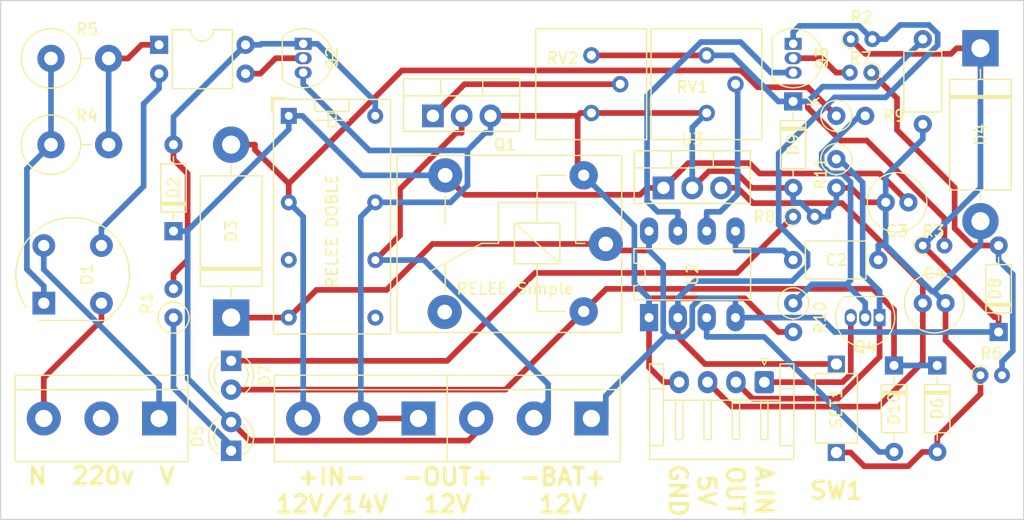
<source format=kicad_pcb>
(kicad_pcb (version 20171130) (host pcbnew "(5.1.4)-1")

  (general
    (thickness 1.6)
    (drawings 14)
    (tracks 305)
    (zones 0)
    (modules 41)
    (nets 29)
  )

  (page A4)
  (layers
    (0 F.Cu signal)
    (31 B.Cu signal)
    (33 F.Adhes user hide)
    (35 F.Paste user hide)
    (37 F.SilkS user)
    (39 F.Mask user)
    (40 Dwgs.User user hide)
    (41 Cmts.User user hide)
    (42 Eco1.User user hide)
    (43 Eco2.User user hide)
    (44 Edge.Cuts user)
    (45 Margin user hide)
    (46 B.CrtYd user hide)
    (47 F.CrtYd user hide)
    (49 F.Fab user hide)
  )

  (setup
    (last_trace_width 0.5)
    (user_trace_width 1)
    (trace_clearance 0.2)
    (zone_clearance 0.508)
    (zone_45_only no)
    (trace_min 0.2)
    (via_size 0.8)
    (via_drill 0.4)
    (via_min_size 0.4)
    (via_min_drill 0.3)
    (uvia_size 0.3)
    (uvia_drill 0.1)
    (uvias_allowed no)
    (uvia_min_size 0.2)
    (uvia_min_drill 0.1)
    (edge_width 0.05)
    (segment_width 0.2)
    (pcb_text_width 0.3)
    (pcb_text_size 1.5 1.5)
    (mod_edge_width 0.12)
    (mod_text_size 1 1)
    (mod_text_width 0.15)
    (pad_size 1.5 1.5)
    (pad_drill 1)
    (pad_to_mask_clearance 0.051)
    (solder_mask_min_width 0.25)
    (aux_axis_origin 0 0)
    (visible_elements 7FFFEFBF)
    (pcbplotparams
      (layerselection 0x010fc_ffffffff)
      (usegerberextensions false)
      (usegerberattributes false)
      (usegerberadvancedattributes false)
      (creategerberjobfile false)
      (excludeedgelayer true)
      (linewidth 0.100000)
      (plotframeref false)
      (viasonmask false)
      (mode 1)
      (useauxorigin false)
      (hpglpennumber 1)
      (hpglpenspeed 20)
      (hpglpendiameter 15.000000)
      (psnegative false)
      (psa4output false)
      (plotreference true)
      (plotvalue true)
      (plotinvisibletext false)
      (padsonsilk false)
      (subtractmaskfromsilk false)
      (outputformat 1)
      (mirror false)
      (drillshape 1)
      (scaleselection 1)
      (outputdirectory ""))
  )

  (net 0 "")
  (net 1 GND)
  (net 2 "Net-(C1-Pad1)")
  (net 3 "Net-(C2-Pad1)")
  (net 4 "Net-(D1-Pad1)")
  (net 5 "Net-(D1-Pad3)")
  (net 6 "Net-(D1-Pad2)")
  (net 7 "Net-(D1-Pad4)")
  (net 8 "Net-(D2-Pad2)")
  (net 9 "Net-(D3-Pad2)")
  (net 10 "Net-(D5-Pad1)")
  (net 11 "Net-(D10-Pad1)")
  (net 12 "Net-(D7-Pad1)")
  (net 13 "Net-(D8-Pad2)")
  (net 14 "Net-(D10-Pad2)")
  (net 15 "Net-(Q1-Pad1)")
  (net 16 "Net-(Q2-Pad2)")
  (net 17 "Net-(Q3-Pad1)")
  (net 18 "Net-(Q3-Pad3)")
  (net 19 "Net-(Q3-Pad2)")
  (net 20 "Net-(R4-Pad2)")
  (net 21 "Net-(RV1-Pad2)")
  (net 22 "Net-(BAT1-Pad3)")
  (net 23 "Net-(BAT1-Pad2)")
  (net 24 "Net-(BAT1-Pad1)")
  (net 25 "Net-(C4-Pad1)")
  (net 26 "Net-(J1-Pad2)")
  (net 27 "Net-(J1-Pad1)")
  (net 28 "Net-(Q4-Pad2)")

  (net_class Default "Esta es la clase de red por defecto."
    (clearance 0.2)
    (trace_width 0.5)
    (via_dia 0.8)
    (via_drill 0.4)
    (uvia_dia 0.3)
    (uvia_drill 0.1)
    (add_net GND)
    (add_net "Net-(BAT1-Pad1)")
    (add_net "Net-(BAT1-Pad2)")
    (add_net "Net-(BAT1-Pad3)")
    (add_net "Net-(C1-Pad1)")
    (add_net "Net-(C2-Pad1)")
    (add_net "Net-(C4-Pad1)")
    (add_net "Net-(D1-Pad1)")
    (add_net "Net-(D1-Pad2)")
    (add_net "Net-(D1-Pad3)")
    (add_net "Net-(D1-Pad4)")
    (add_net "Net-(D10-Pad1)")
    (add_net "Net-(D10-Pad2)")
    (add_net "Net-(D2-Pad2)")
    (add_net "Net-(D3-Pad2)")
    (add_net "Net-(D5-Pad1)")
    (add_net "Net-(D7-Pad1)")
    (add_net "Net-(D8-Pad2)")
    (add_net "Net-(J1-Pad1)")
    (add_net "Net-(J1-Pad2)")
    (add_net "Net-(Q1-Pad1)")
    (add_net "Net-(Q2-Pad2)")
    (add_net "Net-(Q3-Pad1)")
    (add_net "Net-(Q3-Pad2)")
    (add_net "Net-(Q3-Pad3)")
    (add_net "Net-(Q4-Pad2)")
    (add_net "Net-(R4-Pad2)")
    (add_net "Net-(RV1-Pad2)")
  )

  (module Package_TO_SOT_THT:TO-220-3_Vertical (layer F.Cu) (tedit 5AC8BA0D) (tstamp 5E42F7BE)
    (at 248.92 36.83)
    (descr "TO-220-3, Vertical, RM 2.54mm, see https://www.vishay.com/docs/66542/to-220-1.pdf")
    (tags "TO-220-3 Vertical RM 2.54mm")
    (path /5E50F585)
    (fp_text reference U3 (at 2.54 -4.27) (layer F.SilkS)
      (effects (font (size 1 1) (thickness 0.15)))
    )
    (fp_text value LM7805_TO220 (at 2.54 2.5) (layer F.Fab)
      (effects (font (size 1 1) (thickness 0.15)))
    )
    (fp_text user %R (at 2.54 -4.27) (layer F.Fab)
      (effects (font (size 1 1) (thickness 0.15)))
    )
    (fp_line (start 7.79 -3.4) (end -2.71 -3.4) (layer F.CrtYd) (width 0.05))
    (fp_line (start 7.79 1.51) (end 7.79 -3.4) (layer F.CrtYd) (width 0.05))
    (fp_line (start -2.71 1.51) (end 7.79 1.51) (layer F.CrtYd) (width 0.05))
    (fp_line (start -2.71 -3.4) (end -2.71 1.51) (layer F.CrtYd) (width 0.05))
    (fp_line (start 4.391 -3.27) (end 4.391 -1.76) (layer F.SilkS) (width 0.12))
    (fp_line (start 0.69 -3.27) (end 0.69 -1.76) (layer F.SilkS) (width 0.12))
    (fp_line (start -2.58 -1.76) (end 7.66 -1.76) (layer F.SilkS) (width 0.12))
    (fp_line (start 7.66 -3.27) (end 7.66 1.371) (layer F.SilkS) (width 0.12))
    (fp_line (start -2.58 -3.27) (end -2.58 1.371) (layer F.SilkS) (width 0.12))
    (fp_line (start -2.58 1.371) (end 7.66 1.371) (layer F.SilkS) (width 0.12))
    (fp_line (start -2.58 -3.27) (end 7.66 -3.27) (layer F.SilkS) (width 0.12))
    (fp_line (start 4.39 -3.15) (end 4.39 -1.88) (layer F.Fab) (width 0.1))
    (fp_line (start 0.69 -3.15) (end 0.69 -1.88) (layer F.Fab) (width 0.1))
    (fp_line (start -2.46 -1.88) (end 7.54 -1.88) (layer F.Fab) (width 0.1))
    (fp_line (start 7.54 -3.15) (end -2.46 -3.15) (layer F.Fab) (width 0.1))
    (fp_line (start 7.54 1.25) (end 7.54 -3.15) (layer F.Fab) (width 0.1))
    (fp_line (start -2.46 1.25) (end 7.54 1.25) (layer F.Fab) (width 0.1))
    (fp_line (start -2.46 -3.15) (end -2.46 1.25) (layer F.Fab) (width 0.1))
    (pad 3 thru_hole oval (at 5.08 0) (size 1.905 2) (drill 1.1) (layers *.Cu *.Mask)
      (net 25 "Net-(C4-Pad1)"))
    (pad 2 thru_hole oval (at 2.54 0) (size 1.905 2) (drill 1.1) (layers *.Cu *.Mask)
      (net 1 GND))
    (pad 1 thru_hole rect (at 0 0) (size 1.905 2) (drill 1.1) (layers *.Cu *.Mask)
      (net 22 "Net-(BAT1-Pad3)"))
    (model ${KISYS3DMOD}/Package_TO_SOT_THT.3dshapes/TO-220-3_Vertical.wrl
      (at (xyz 0 0 0))
      (scale (xyz 1 1 1))
      (rotate (xyz 0 0 0))
    )
  )

  (module Resistor_THT:R_Axial_DIN0207_L6.3mm_D2.5mm_P2.54mm_Vertical (layer F.Cu) (tedit 5AE5139B) (tstamp 5E42F6B4)
    (at 264.16 34.29 270)
    (descr "Resistor, Axial_DIN0207 series, Axial, Vertical, pin pitch=2.54mm, 0.25W = 1/4W, length*diameter=6.3*2.5mm^2, http://cdn-reichelt.de/documents/datenblatt/B400/1_4W%23YAG.pdf")
    (tags "Resistor Axial_DIN0207 series Axial Vertical pin pitch 2.54mm 0.25W = 1/4W length 6.3mm diameter 2.5mm")
    (path /5E43BC8A)
    (fp_text reference R11 (at 1.27 1.37 90) (layer F.SilkS)
      (effects (font (size 1 1) (thickness 0.15)))
    )
    (fp_text value 10k (at 1.27 2.37 90) (layer F.Fab)
      (effects (font (size 1 1) (thickness 0.15)))
    )
    (fp_text user %R (at 1.27 -2.37 90) (layer F.Fab)
      (effects (font (size 1 1) (thickness 0.15)))
    )
    (fp_line (start 3.59 -1.5) (end -1.5 -1.5) (layer F.CrtYd) (width 0.05))
    (fp_line (start 3.59 1.5) (end 3.59 -1.5) (layer F.CrtYd) (width 0.05))
    (fp_line (start -1.5 1.5) (end 3.59 1.5) (layer F.CrtYd) (width 0.05))
    (fp_line (start -1.5 -1.5) (end -1.5 1.5) (layer F.CrtYd) (width 0.05))
    (fp_line (start 1.37 0) (end 1.44 0) (layer F.SilkS) (width 0.12))
    (fp_line (start 0 0) (end 2.54 0) (layer F.Fab) (width 0.1))
    (fp_circle (center 0 0) (end 1.37 0) (layer F.SilkS) (width 0.12))
    (fp_circle (center 0 0) (end 1.25 0) (layer F.Fab) (width 0.1))
    (pad 2 thru_hole oval (at 2.54 0 270) (size 1.6 1.6) (drill 0.8) (layers *.Cu *.Mask)
      (net 1 GND))
    (pad 1 thru_hole circle (at 0 0 270) (size 1.6 1.6) (drill 0.8) (layers *.Cu *.Mask)
      (net 26 "Net-(J1-Pad2)"))
    (model ${KISYS3DMOD}/Resistor_THT.3dshapes/R_Axial_DIN0207_L6.3mm_D2.5mm_P2.54mm_Vertical.wrl
      (at (xyz 0 0 0))
      (scale (xyz 1 1 1))
      (rotate (xyz 0 0 0))
    )
  )

  (module Resistor_THT:R_Axial_DIN0207_L6.3mm_D2.5mm_P2.54mm_Vertical (layer F.Cu) (tedit 5AE5139B) (tstamp 5E42F6A5)
    (at 260.35 46.99 270)
    (descr "Resistor, Axial_DIN0207 series, Axial, Vertical, pin pitch=2.54mm, 0.25W = 1/4W, length*diameter=6.3*2.5mm^2, http://cdn-reichelt.de/documents/datenblatt/B400/1_4W%23YAG.pdf")
    (tags "Resistor Axial_DIN0207 series Axial Vertical pin pitch 2.54mm 0.25W = 1/4W length 6.3mm diameter 2.5mm")
    (path /5E440AF1)
    (fp_text reference R10 (at 1.27 -2.37 90) (layer F.SilkS)
      (effects (font (size 1 1) (thickness 0.15)))
    )
    (fp_text value 10k (at 1.27 2.37 90) (layer F.Fab)
      (effects (font (size 1 1) (thickness 0.15)))
    )
    (fp_text user %R (at 1.27 -2.37 90) (layer F.Fab)
      (effects (font (size 1 1) (thickness 0.15)))
    )
    (fp_line (start 3.59 -1.5) (end -1.5 -1.5) (layer F.CrtYd) (width 0.05))
    (fp_line (start 3.59 1.5) (end 3.59 -1.5) (layer F.CrtYd) (width 0.05))
    (fp_line (start -1.5 1.5) (end 3.59 1.5) (layer F.CrtYd) (width 0.05))
    (fp_line (start -1.5 -1.5) (end -1.5 1.5) (layer F.CrtYd) (width 0.05))
    (fp_line (start 1.37 0) (end 1.44 0) (layer F.SilkS) (width 0.12))
    (fp_line (start 0 0) (end 2.54 0) (layer F.Fab) (width 0.1))
    (fp_circle (center 0 0) (end 1.37 0) (layer F.SilkS) (width 0.12))
    (fp_circle (center 0 0) (end 1.25 0) (layer F.Fab) (width 0.1))
    (pad 2 thru_hole oval (at 2.54 0 270) (size 1.6 1.6) (drill 0.8) (layers *.Cu *.Mask)
      (net 1 GND))
    (pad 1 thru_hole circle (at 0 0 270) (size 1.6 1.6) (drill 0.8) (layers *.Cu *.Mask)
      (net 28 "Net-(Q4-Pad2)"))
    (model ${KISYS3DMOD}/Resistor_THT.3dshapes/R_Axial_DIN0207_L6.3mm_D2.5mm_P2.54mm_Vertical.wrl
      (at (xyz 0 0 0))
      (scale (xyz 1 1 1))
      (rotate (xyz 0 0 0))
    )
  )

  (module Resistor_THT:R_Axial_DIN0207_L6.3mm_D2.5mm_P2.54mm_Vertical (layer F.Cu) (tedit 5AE5139B) (tstamp 5E42F696)
    (at 264.16 30.48)
    (descr "Resistor, Axial_DIN0207 series, Axial, Vertical, pin pitch=2.54mm, 0.25W = 1/4W, length*diameter=6.3*2.5mm^2, http://cdn-reichelt.de/documents/datenblatt/B400/1_4W%23YAG.pdf")
    (tags "Resistor Axial_DIN0207 series Axial Vertical pin pitch 2.54mm 0.25W = 1/4W length 6.3mm diameter 2.5mm")
    (path /5E4366BA)
    (fp_text reference R9 (at 5.08 0) (layer F.SilkS)
      (effects (font (size 1 1) (thickness 0.15)))
    )
    (fp_text value 10k (at 1.27 2.37) (layer F.Fab)
      (effects (font (size 1 1) (thickness 0.15)))
    )
    (fp_text user %R (at 1.27 -2.37) (layer F.Fab)
      (effects (font (size 1 1) (thickness 0.15)))
    )
    (fp_line (start 3.59 -1.5) (end -1.5 -1.5) (layer F.CrtYd) (width 0.05))
    (fp_line (start 3.59 1.5) (end 3.59 -1.5) (layer F.CrtYd) (width 0.05))
    (fp_line (start -1.5 1.5) (end 3.59 1.5) (layer F.CrtYd) (width 0.05))
    (fp_line (start -1.5 -1.5) (end -1.5 1.5) (layer F.CrtYd) (width 0.05))
    (fp_line (start 1.37 0) (end 1.44 0) (layer F.SilkS) (width 0.12))
    (fp_line (start 0 0) (end 2.54 0) (layer F.Fab) (width 0.1))
    (fp_circle (center 0 0) (end 1.37 0) (layer F.SilkS) (width 0.12))
    (fp_circle (center 0 0) (end 1.25 0) (layer F.Fab) (width 0.1))
    (pad 2 thru_hole oval (at 2.54 0) (size 1.6 1.6) (drill 0.8) (layers *.Cu *.Mask)
      (net 28 "Net-(Q4-Pad2)"))
    (pad 1 thru_hole circle (at 0 0) (size 1.6 1.6) (drill 0.8) (layers *.Cu *.Mask)
      (net 9 "Net-(D3-Pad2)"))
    (model ${KISYS3DMOD}/Resistor_THT.3dshapes/R_Axial_DIN0207_L6.3mm_D2.5mm_P2.54mm_Vertical.wrl
      (at (xyz 0 0 0))
      (scale (xyz 1 1 1))
      (rotate (xyz 0 0 0))
    )
  )

  (module Package_TO_SOT_THT:TO-92_Inline (layer F.Cu) (tedit 5A1DD157) (tstamp 5E42F5B1)
    (at 267.97 48.26 180)
    (descr "TO-92 leads in-line, narrow, oval pads, drill 0.75mm (see NXP sot054_po.pdf)")
    (tags "to-92 sc-43 sc-43a sot54 PA33 transistor")
    (path /5E44F390)
    (fp_text reference Q4 (at 1.27 -2.6) (layer F.SilkS)
      (effects (font (size 1 1) (thickness 0.15)))
    )
    (fp_text value BC557 (at 1.27 2.79) (layer F.Fab)
      (effects (font (size 1 1) (thickness 0.15)))
    )
    (fp_arc (start 1.27 0) (end 1.27 -2.6) (angle 135) (layer F.SilkS) (width 0.12))
    (fp_arc (start 1.27 0) (end 1.27 -2.48) (angle -135) (layer F.Fab) (width 0.1))
    (fp_arc (start 1.27 0) (end 1.27 -2.6) (angle -135) (layer F.SilkS) (width 0.12))
    (fp_arc (start 1.27 0) (end 1.27 -2.48) (angle 135) (layer F.Fab) (width 0.1))
    (fp_line (start 4 2.01) (end -1.46 2.01) (layer F.CrtYd) (width 0.05))
    (fp_line (start 4 2.01) (end 4 -2.73) (layer F.CrtYd) (width 0.05))
    (fp_line (start -1.46 -2.73) (end -1.46 2.01) (layer F.CrtYd) (width 0.05))
    (fp_line (start -1.46 -2.73) (end 4 -2.73) (layer F.CrtYd) (width 0.05))
    (fp_line (start -0.5 1.75) (end 3 1.75) (layer F.Fab) (width 0.1))
    (fp_line (start -0.53 1.85) (end 3.07 1.85) (layer F.SilkS) (width 0.12))
    (fp_text user %R (at 1.27 -3.56) (layer F.Fab)
      (effects (font (size 1 1) (thickness 0.15)))
    )
    (pad 1 thru_hole rect (at 0 0 180) (size 1.05 1.5) (drill 0.75) (layers *.Cu *.Mask)
      (net 26 "Net-(J1-Pad2)"))
    (pad 3 thru_hole oval (at 2.54 0 180) (size 1.05 1.5) (drill 0.75) (layers *.Cu *.Mask)
      (net 27 "Net-(J1-Pad1)"))
    (pad 2 thru_hole oval (at 1.27 0 180) (size 1.05 1.5) (drill 0.75) (layers *.Cu *.Mask)
      (net 28 "Net-(Q4-Pad2)"))
    (model ${KISYS3DMOD}/Package_TO_SOT_THT.3dshapes/TO-92_Inline.wrl
      (at (xyz 0 0 0))
      (scale (xyz 1 1 1))
      (rotate (xyz 0 0 0))
    )
  )

  (module Connector_JST:JST_EH_S4B-EH_1x04_P2.50mm_Horizontal (layer F.Cu) (tedit 5C281425) (tstamp 5E42F48F)
    (at 257.81 53.95 180)
    (descr "JST EH series connector, S4B-EH (http://www.jst-mfg.com/product/pdf/eng/eEH.pdf), generated with kicad-footprint-generator")
    (tags "connector JST EH horizontal")
    (path /5E4AEEA6)
    (fp_text reference J1 (at 0 3.81) (layer F.SilkS) hide
      (effects (font (size 1 1) (thickness 0.15)))
    )
    (fp_text value Conn_01x04 (at 3.75 2.7) (layer F.Fab)
      (effects (font (size 1 1) (thickness 0.15)))
    )
    (fp_text user %R (at 3.75 -2.6) (layer F.Fab)
      (effects (font (size 1 1) (thickness 0.15)))
    )
    (fp_line (start 0 -1.407107) (end 0.5 -0.7) (layer F.Fab) (width 0.1))
    (fp_line (start -0.5 -0.7) (end 0 -1.407107) (layer F.Fab) (width 0.1))
    (fp_line (start 0.3 2.1) (end 0 1.5) (layer F.SilkS) (width 0.12))
    (fp_line (start -0.3 2.1) (end 0.3 2.1) (layer F.SilkS) (width 0.12))
    (fp_line (start 0 1.5) (end -0.3 2.1) (layer F.SilkS) (width 0.12))
    (fp_line (start 7.82 -1.59) (end 7.5 -1.59) (layer F.SilkS) (width 0.12))
    (fp_line (start 7.82 -5.01) (end 7.82 -1.59) (layer F.SilkS) (width 0.12))
    (fp_line (start 7.5 -5.09) (end 7.82 -5.01) (layer F.SilkS) (width 0.12))
    (fp_line (start 7.18 -5.01) (end 7.5 -5.09) (layer F.SilkS) (width 0.12))
    (fp_line (start 7.18 -1.59) (end 7.18 -5.01) (layer F.SilkS) (width 0.12))
    (fp_line (start 7.5 -1.59) (end 7.18 -1.59) (layer F.SilkS) (width 0.12))
    (fp_line (start 6.17 -0.59) (end 6.33 -0.59) (layer F.SilkS) (width 0.12))
    (fp_line (start 5.32 -1.59) (end 5 -1.59) (layer F.SilkS) (width 0.12))
    (fp_line (start 5.32 -5.01) (end 5.32 -1.59) (layer F.SilkS) (width 0.12))
    (fp_line (start 5 -5.09) (end 5.32 -5.01) (layer F.SilkS) (width 0.12))
    (fp_line (start 4.68 -5.01) (end 5 -5.09) (layer F.SilkS) (width 0.12))
    (fp_line (start 4.68 -1.59) (end 4.68 -5.01) (layer F.SilkS) (width 0.12))
    (fp_line (start 5 -1.59) (end 4.68 -1.59) (layer F.SilkS) (width 0.12))
    (fp_line (start 3.67 -0.59) (end 3.83 -0.59) (layer F.SilkS) (width 0.12))
    (fp_line (start 2.82 -1.59) (end 2.5 -1.59) (layer F.SilkS) (width 0.12))
    (fp_line (start 2.82 -5.01) (end 2.82 -1.59) (layer F.SilkS) (width 0.12))
    (fp_line (start 2.5 -5.09) (end 2.82 -5.01) (layer F.SilkS) (width 0.12))
    (fp_line (start 2.18 -5.01) (end 2.5 -5.09) (layer F.SilkS) (width 0.12))
    (fp_line (start 2.18 -1.59) (end 2.18 -5.01) (layer F.SilkS) (width 0.12))
    (fp_line (start 2.5 -1.59) (end 2.18 -1.59) (layer F.SilkS) (width 0.12))
    (fp_line (start 1.17 -0.59) (end 1.33 -0.59) (layer F.SilkS) (width 0.12))
    (fp_line (start 0.32 -1.59) (end 0 -1.59) (layer F.SilkS) (width 0.12))
    (fp_line (start 0.32 -5.01) (end 0.32 -1.59) (layer F.SilkS) (width 0.12))
    (fp_line (start 0 -5.09) (end 0.32 -5.01) (layer F.SilkS) (width 0.12))
    (fp_line (start -0.32 -5.01) (end 0 -5.09) (layer F.SilkS) (width 0.12))
    (fp_line (start -0.32 -1.59) (end -0.32 -5.01) (layer F.SilkS) (width 0.12))
    (fp_line (start 0 -1.59) (end -0.32 -1.59) (layer F.SilkS) (width 0.12))
    (fp_line (start -1.39 -1.59) (end 8.89 -1.59) (layer F.SilkS) (width 0.12))
    (fp_line (start 8.89 -0.59) (end 10.11 -0.59) (layer F.SilkS) (width 0.12))
    (fp_line (start 8.89 -5.59) (end 8.89 -0.59) (layer F.SilkS) (width 0.12))
    (fp_line (start 10.11 -5.59) (end 8.89 -5.59) (layer F.SilkS) (width 0.12))
    (fp_line (start -1.39 -0.59) (end -2.61 -0.59) (layer F.SilkS) (width 0.12))
    (fp_line (start -1.39 -5.59) (end -1.39 -0.59) (layer F.SilkS) (width 0.12))
    (fp_line (start -2.61 -5.59) (end -1.39 -5.59) (layer F.SilkS) (width 0.12))
    (fp_line (start 8.89 1.61) (end 8.89 -0.59) (layer F.SilkS) (width 0.12))
    (fp_line (start 10.11 1.61) (end 8.89 1.61) (layer F.SilkS) (width 0.12))
    (fp_line (start 10.11 -6.81) (end 10.11 1.61) (layer F.SilkS) (width 0.12))
    (fp_line (start -2.61 -6.81) (end 10.11 -6.81) (layer F.SilkS) (width 0.12))
    (fp_line (start -2.61 1.61) (end -2.61 -6.81) (layer F.SilkS) (width 0.12))
    (fp_line (start -1.39 1.61) (end -2.61 1.61) (layer F.SilkS) (width 0.12))
    (fp_line (start -1.39 -0.59) (end -1.39 1.61) (layer F.SilkS) (width 0.12))
    (fp_line (start 10.5 -7.2) (end -3 -7.2) (layer F.CrtYd) (width 0.05))
    (fp_line (start 10.5 2) (end 10.5 -7.2) (layer F.CrtYd) (width 0.05))
    (fp_line (start -3 2) (end 10.5 2) (layer F.CrtYd) (width 0.05))
    (fp_line (start -3 -7.2) (end -3 2) (layer F.CrtYd) (width 0.05))
    (fp_line (start 9 -0.7) (end -1.5 -0.7) (layer F.Fab) (width 0.1))
    (fp_line (start 9 1.5) (end 9 -0.7) (layer F.Fab) (width 0.1))
    (fp_line (start 10 1.5) (end 9 1.5) (layer F.Fab) (width 0.1))
    (fp_line (start 10 -6.7) (end 10 1.5) (layer F.Fab) (width 0.1))
    (fp_line (start -2.5 -6.7) (end 10 -6.7) (layer F.Fab) (width 0.1))
    (fp_line (start -2.5 1.5) (end -2.5 -6.7) (layer F.Fab) (width 0.1))
    (fp_line (start -1.5 1.5) (end -2.5 1.5) (layer F.Fab) (width 0.1))
    (fp_line (start -1.5 -0.7) (end -1.5 1.5) (layer F.Fab) (width 0.1))
    (pad 4 thru_hole oval (at 7.5 0 180) (size 1.7 1.95) (drill 0.95) (layers *.Cu *.Mask)
      (net 1 GND))
    (pad 3 thru_hole oval (at 5 0 180) (size 1.7 1.95) (drill 0.95) (layers *.Cu *.Mask)
      (net 25 "Net-(C4-Pad1)"))
    (pad 2 thru_hole oval (at 2.5 0 180) (size 1.7 1.95) (drill 0.95) (layers *.Cu *.Mask)
      (net 26 "Net-(J1-Pad2)"))
    (pad 1 thru_hole roundrect (at 0 0 180) (size 1.7 1.95) (drill 0.95) (layers *.Cu *.Mask) (roundrect_rratio 0.147059)
      (net 27 "Net-(J1-Pad1)"))
    (model ${KISYS3DMOD}/Connector_JST.3dshapes/JST_EH_S4B-EH_1x04_P2.50mm_Horizontal.wrl
      (at (xyz 0 0 0))
      (scale (xyz 1 1 1))
      (rotate (xyz 0 0 0))
    )
  )

  (module Capacitor_THT:C_Radial_D5.0mm_H11.0mm_P2.00mm (layer F.Cu) (tedit 5BC5C9B9) (tstamp 5E42F1E8)
    (at 271.78 46.99)
    (descr "C, Radial series, Radial, pin pitch=2.00mm, diameter=5mm, height=11mm, Non-Polar Electrolytic Capacitor")
    (tags "C Radial series Radial pin pitch 2.00mm diameter 5mm height 11mm Non-Polar Electrolytic Capacitor")
    (path /5E54D3C2)
    (fp_text reference C4 (at 1 -2.62) (layer F.SilkS)
      (effects (font (size 1 1) (thickness 0.15)))
    )
    (fp_text value 1u (at 1 3.75) (layer F.Fab)
      (effects (font (size 1 1) (thickness 0.15)))
    )
    (fp_text user %R (at 1 0) (layer F.Fab)
      (effects (font (size 1 1) (thickness 0.15)))
    )
    (fp_circle (center 1 0) (end 3.75 0) (layer F.CrtYd) (width 0.05))
    (fp_circle (center 1 0) (end 3.62 0) (layer F.SilkS) (width 0.12))
    (fp_circle (center 1 0) (end 3.5 0) (layer F.Fab) (width 0.1))
    (pad 2 thru_hole circle (at 2 0) (size 1.6 1.6) (drill 0.8) (layers *.Cu *.Mask)
      (net 1 GND))
    (pad 1 thru_hole circle (at 0 0) (size 1.6 1.6) (drill 0.8) (layers *.Cu *.Mask)
      (net 25 "Net-(C4-Pad1)"))
    (model ${KISYS3DMOD}/Capacitor_THT.3dshapes/C_Radial_D5.0mm_H11.0mm_P2.00mm.wrl
      (at (xyz 0 0 0))
      (scale (xyz 1 1 1))
      (rotate (xyz 0 0 0))
    )
  )

  (module Capacitor_THT:C_Radial_D5.0mm_H11.0mm_P2.00mm (layer F.Cu) (tedit 5BC5C9B9) (tstamp 5E42F1DE)
    (at 270.51 38.1 180)
    (descr "C, Radial series, Radial, pin pitch=2.00mm, diameter=5mm, height=11mm, Non-Polar Electrolytic Capacitor")
    (tags "C Radial series Radial pin pitch 2.00mm diameter 5mm height 11mm Non-Polar Electrolytic Capacitor")
    (path /5E54BF20)
    (fp_text reference C3 (at 1 -2.54) (layer F.SilkS)
      (effects (font (size 1 1) (thickness 0.15)))
    )
    (fp_text value 33u (at 1 3.75) (layer F.Fab)
      (effects (font (size 1 1) (thickness 0.15)))
    )
    (fp_text user %R (at 1 0) (layer F.Fab)
      (effects (font (size 1 1) (thickness 0.15)))
    )
    (fp_circle (center 1 0) (end 3.75 0) (layer F.CrtYd) (width 0.05))
    (fp_circle (center 1 0) (end 3.62 0) (layer F.SilkS) (width 0.12))
    (fp_circle (center 1 0) (end 3.5 0) (layer F.Fab) (width 0.1))
    (pad 2 thru_hole circle (at 2 0 180) (size 1.6 1.6) (drill 0.8) (layers *.Cu *.Mask)
      (net 1 GND))
    (pad 1 thru_hole circle (at 0 0 180) (size 1.6 1.6) (drill 0.8) (layers *.Cu *.Mask)
      (net 22 "Net-(BAT1-Pad3)"))
    (model ${KISYS3DMOD}/Capacitor_THT.3dshapes/C_Radial_D5.0mm_H11.0mm_P2.00mm.wrl
      (at (xyz 0 0 0))
      (scale (xyz 1 1 1))
      (rotate (xyz 0 0 0))
    )
  )

  (module Resistor_THT:R_Axial_DIN0516_L15.5mm_D5.0mm_P5.08mm_Vertical (layer F.Cu) (tedit 5AE5139B) (tstamp 5E445413)
    (at 194.945 25.42)
    (descr "Resistor, Axial_DIN0516 series, Axial, Vertical, pin pitch=5.08mm, 2W, length*diameter=15.5*5mm^2, http://cdn-reichelt.de/documents/datenblatt/B400/1_4W%23YAG.pdf")
    (tags "Resistor Axial_DIN0516 series Axial Vertical pin pitch 5.08mm 2W length 15.5mm diameter 5mm")
    (path /5DA69E81)
    (fp_text reference R5 (at 3.175 -2.56) (layer F.SilkS)
      (effects (font (size 1 1) (thickness 0.15)))
    )
    (fp_text value 68K (at 2.54 3.62) (layer F.Fab)
      (effects (font (size 1 1) (thickness 0.15)))
    )
    (fp_text user %R (at 2.54 -3.62) (layer F.Fab)
      (effects (font (size 1 1) (thickness 0.15)))
    )
    (fp_line (start 6.53 -2.75) (end -2.75 -2.75) (layer F.CrtYd) (width 0.05))
    (fp_line (start 6.53 2.75) (end 6.53 -2.75) (layer F.CrtYd) (width 0.05))
    (fp_line (start -2.75 2.75) (end 6.53 2.75) (layer F.CrtYd) (width 0.05))
    (fp_line (start -2.75 -2.75) (end -2.75 2.75) (layer F.CrtYd) (width 0.05))
    (fp_line (start 2.62 0) (end 3.58 0) (layer F.SilkS) (width 0.12))
    (fp_line (start 0 0) (end 5.08 0) (layer F.Fab) (width 0.1))
    (fp_circle (center 0 0) (end 2.62 0) (layer F.SilkS) (width 0.12))
    (fp_circle (center 0 0) (end 2.5 0) (layer F.Fab) (width 0.1))
    (pad 2 thru_hole oval (at 5.08 0) (size 2.4 2.4) (drill 1.2) (layers *.Cu *.Mask)
      (net 20 "Net-(R4-Pad2)"))
    (pad 1 thru_hole circle (at 0 0) (size 2.4 2.4) (drill 1.2) (layers *.Cu *.Mask)
      (net 4 "Net-(D1-Pad1)"))
    (model ${KISYS3DMOD}/Resistor_THT.3dshapes/R_Axial_DIN0516_L15.5mm_D5.0mm_P5.08mm_Vertical.wrl
      (at (xyz 0 0 0))
      (scale (xyz 1 1 1))
      (rotate (xyz 0 0 0))
    )
  )

  (module Package_DIP:DIP-8_W7.62mm_LongPads (layer F.Cu) (tedit 5A02E8C5) (tstamp 5E4D3A05)
    (at 247.65 48.26 90)
    (descr "8-lead though-hole mounted DIP package, row spacing 7.62 mm (300 mils), LongPads")
    (tags "THT DIP DIL PDIP 2.54mm 7.62mm 300mil LongPads")
    (path /5DA0F80F)
    (fp_text reference U2 (at 3.81 3.81 90) (layer F.SilkS)
      (effects (font (size 1 1) (thickness 0.15)))
    )
    (fp_text value NE555 (at 3.81 9.95 90) (layer F.Fab)
      (effects (font (size 1 1) (thickness 0.15)))
    )
    (fp_text user %R (at 3.81 3.81 90) (layer F.Fab)
      (effects (font (size 1 1) (thickness 0.15)))
    )
    (fp_line (start 9.1 -1.55) (end -1.45 -1.55) (layer F.CrtYd) (width 0.05))
    (fp_line (start 9.1 9.15) (end 9.1 -1.55) (layer F.CrtYd) (width 0.05))
    (fp_line (start -1.45 9.15) (end 9.1 9.15) (layer F.CrtYd) (width 0.05))
    (fp_line (start -1.45 -1.55) (end -1.45 9.15) (layer F.CrtYd) (width 0.05))
    (fp_line (start 6.06 -1.33) (end 4.81 -1.33) (layer F.SilkS) (width 0.12))
    (fp_line (start 6.06 8.95) (end 6.06 -1.33) (layer F.SilkS) (width 0.12))
    (fp_line (start 1.56 8.95) (end 6.06 8.95) (layer F.SilkS) (width 0.12))
    (fp_line (start 1.56 -1.33) (end 1.56 8.95) (layer F.SilkS) (width 0.12))
    (fp_line (start 2.81 -1.33) (end 1.56 -1.33) (layer F.SilkS) (width 0.12))
    (fp_line (start 0.635 -0.27) (end 1.635 -1.27) (layer F.Fab) (width 0.1))
    (fp_line (start 0.635 8.89) (end 0.635 -0.27) (layer F.Fab) (width 0.1))
    (fp_line (start 6.985 8.89) (end 0.635 8.89) (layer F.Fab) (width 0.1))
    (fp_line (start 6.985 -1.27) (end 6.985 8.89) (layer F.Fab) (width 0.1))
    (fp_line (start 1.635 -1.27) (end 6.985 -1.27) (layer F.Fab) (width 0.1))
    (fp_arc (start 3.81 -1.33) (end 2.81 -1.33) (angle -180) (layer F.SilkS) (width 0.12))
    (pad 8 thru_hole oval (at 7.62 0 90) (size 2.4 1.6) (drill 0.8) (layers *.Cu *.Mask)
      (net 24 "Net-(BAT1-Pad1)"))
    (pad 4 thru_hole oval (at 0 7.62 90) (size 2.4 1.6) (drill 0.8) (layers *.Cu *.Mask)
      (net 24 "Net-(BAT1-Pad1)"))
    (pad 7 thru_hole oval (at 7.62 2.54 90) (size 2.4 1.6) (drill 0.8) (layers *.Cu *.Mask)
      (net 18 "Net-(Q3-Pad3)"))
    (pad 3 thru_hole oval (at 0 5.08 90) (size 2.4 1.6) (drill 0.8) (layers *.Cu *.Mask)
      (net 14 "Net-(D10-Pad2)"))
    (pad 6 thru_hole oval (at 7.62 5.08 90) (size 2.4 1.6) (drill 0.8) (layers *.Cu *.Mask)
      (net 21 "Net-(RV1-Pad2)"))
    (pad 2 thru_hole oval (at 0 2.54 90) (size 2.4 1.6) (drill 0.8) (layers *.Cu *.Mask)
      (net 17 "Net-(Q3-Pad1)"))
    (pad 5 thru_hole oval (at 7.62 7.62 90) (size 2.4 1.6) (drill 0.8) (layers *.Cu *.Mask)
      (net 3 "Net-(C2-Pad1)"))
    (pad 1 thru_hole rect (at 0 0 90) (size 2.4 1.6) (drill 0.8) (layers *.Cu *.Mask)
      (net 1 GND))
    (model ${KISYS3DMOD}/Package_DIP.3dshapes/DIP-8_W7.62mm.wrl
      (at (xyz 0 0 0))
      (scale (xyz 1 1 1))
      (rotate (xyz 0 0 0))
    )
  )

  (module Package_DIP:DIP-4_W7.62mm (layer F.Cu) (tedit 5A02E8C5) (tstamp 5DBA3B23)
    (at 204.47 24.22)
    (descr "4-lead though-hole mounted DIP package, row spacing 7.62 mm (300 mils)")
    (tags "THT DIP DIL PDIP 2.54mm 7.62mm 300mil")
    (path /5DA19C97)
    (fp_text reference U1 (at 3.81 1.18) (layer F.SilkS) hide
      (effects (font (size 1 1) (thickness 0.15)))
    )
    (fp_text value PC817 (at 3.81 2.45) (layer F.Fab)
      (effects (font (size 1 1) (thickness 0.15)))
    )
    (fp_text user %R (at 3.81 1.27) (layer F.Fab) hide
      (effects (font (size 1 1) (thickness 0.15)))
    )
    (fp_line (start 8.7 -1.55) (end -1.1 -1.55) (layer F.CrtYd) (width 0.05))
    (fp_line (start 8.7 4.1) (end 8.7 -1.55) (layer F.CrtYd) (width 0.05))
    (fp_line (start -1.1 4.1) (end 8.7 4.1) (layer F.CrtYd) (width 0.05))
    (fp_line (start -1.1 -1.55) (end -1.1 4.1) (layer F.CrtYd) (width 0.05))
    (fp_line (start 6.46 -1.33) (end 4.81 -1.33) (layer F.SilkS) (width 0.12))
    (fp_line (start 6.46 3.87) (end 6.46 -1.33) (layer F.SilkS) (width 0.12))
    (fp_line (start 1.16 3.87) (end 6.46 3.87) (layer F.SilkS) (width 0.12))
    (fp_line (start 1.16 -1.33) (end 1.16 3.87) (layer F.SilkS) (width 0.12))
    (fp_line (start 2.81 -1.33) (end 1.16 -1.33) (layer F.SilkS) (width 0.12))
    (fp_line (start 0.635 -0.27) (end 1.635 -1.27) (layer F.Fab) (width 0.1))
    (fp_line (start 0.635 3.81) (end 0.635 -0.27) (layer F.Fab) (width 0.1))
    (fp_line (start 6.985 3.81) (end 0.635 3.81) (layer F.Fab) (width 0.1))
    (fp_line (start 6.985 -1.27) (end 6.985 3.81) (layer F.Fab) (width 0.1))
    (fp_line (start 1.635 -1.27) (end 6.985 -1.27) (layer F.Fab) (width 0.1))
    (fp_arc (start 3.81 -1.33) (end 2.81 -1.33) (angle -180) (layer F.SilkS) (width 0.12))
    (pad 4 thru_hole oval (at 7.62 0) (size 1.6 1.6) (drill 0.8) (layers *.Cu *.Mask)
      (net 8 "Net-(D2-Pad2)"))
    (pad 2 thru_hole oval (at 0 2.54) (size 1.6 1.6) (drill 0.8) (layers *.Cu *.Mask)
      (net 5 "Net-(D1-Pad3)"))
    (pad 3 thru_hole oval (at 7.62 2.54) (size 1.6 1.6) (drill 0.8) (layers *.Cu *.Mask)
      (net 16 "Net-(Q2-Pad2)"))
    (pad 1 thru_hole rect (at 0 0) (size 1.6 1.6) (drill 0.8) (layers *.Cu *.Mask)
      (net 20 "Net-(R4-Pad2)"))
    (model ${KISYS3DMOD}/Package_DIP.3dshapes/DIP-4_W7.62mm.wrl
      (at (xyz 0 0 0))
      (scale (xyz 1 1 1))
      (rotate (xyz 0 0 0))
    )
  )

  (module Button_Switch_SMD:SW_SPST_CK_RS282G05A3 (layer F.Cu) (tedit 5E4C9A05) (tstamp 5DBA3B0B)
    (at 264.16 56.25 270)
    (descr https://www.mouser.com/ds/2/60/RS-282G05A-SM_RT-1159762.pdf)
    (tags "SPST button tactile switch")
    (path /5DC86824)
    (fp_text reference SET1 (at 0 0 90) (layer F.SilkS)
      (effects (font (size 1 1) (thickness 0.15)))
    )
    (fp_text value SW_Push (at 0 3 90) (layer F.Fab)
      (effects (font (size 1 1) (thickness 0.15)))
    )
    (fp_line (start 3 -1.8) (end 3 1.8) (layer F.Fab) (width 0.1))
    (fp_line (start -3 -1.8) (end -3 1.8) (layer F.Fab) (width 0.1))
    (fp_line (start -3 -1.8) (end 3 -1.8) (layer F.Fab) (width 0.1))
    (fp_line (start -3 1.8) (end 3 1.8) (layer F.Fab) (width 0.1))
    (fp_line (start -1.5 -0.8) (end -1.5 0.8) (layer F.Fab) (width 0.1))
    (fp_line (start 1.5 -0.8) (end 1.5 0.8) (layer F.Fab) (width 0.1))
    (fp_line (start -1.5 -0.8) (end 1.5 -0.8) (layer F.Fab) (width 0.1))
    (fp_line (start -1.5 0.8) (end 1.5 0.8) (layer F.Fab) (width 0.1))
    (fp_line (start -3.06 1.85) (end -3.06 -1.85) (layer F.SilkS) (width 0.12))
    (fp_line (start 3.06 1.85) (end -3.06 1.85) (layer F.SilkS) (width 0.12))
    (fp_line (start 3.06 -1.85) (end 3.06 1.85) (layer F.SilkS) (width 0.12))
    (fp_line (start -3.06 -1.85) (end 3.06 -1.85) (layer F.SilkS) (width 0.12))
    (fp_line (start -1.75 1) (end -1.75 -1) (layer F.Fab) (width 0.1))
    (fp_line (start 1.75 1) (end -1.75 1) (layer F.Fab) (width 0.1))
    (fp_line (start 1.75 -1) (end 1.75 1) (layer F.Fab) (width 0.1))
    (fp_line (start -1.75 -1) (end 1.75 -1) (layer F.Fab) (width 0.1))
    (fp_text user %R (at 0 -2.6 90) (layer F.Fab)
      (effects (font (size 1 1) (thickness 0.15)))
    )
    (fp_line (start -4.9 -2.05) (end 4.9 -2.05) (layer F.CrtYd) (width 0.05))
    (fp_line (start 4.9 -2.05) (end 4.9 2.05) (layer F.CrtYd) (width 0.05))
    (fp_line (start 4.9 2.05) (end -4.9 2.05) (layer F.CrtYd) (width 0.05))
    (fp_line (start -4.9 2.05) (end -4.9 -2.05) (layer F.CrtYd) (width 0.05))
    (pad 2 thru_hole rect (at 3.9 0 270) (size 1.5 1.5) (drill 1) (layers *.Cu *.Mask)
      (net 1 GND))
    (pad 1 thru_hole rect (at -3.9 0 270) (size 1.5 1.5) (drill 1) (layers *.Cu *.Mask)
      (net 17 "Net-(Q3-Pad1)"))
    (model ${KISYS3DMOD}/Button_Switch_SMD.3dshapes/SW_SPST_CK_RS282G05A3.wrl
      (at (xyz 0 0 0))
      (scale (xyz 1 1 1))
      (rotate (xyz 0 0 0))
    )
  )

  (module Potentiometer_THT:Potentiometer_Bourns_3386P_Vertical (layer F.Cu) (tedit 5AA07388) (tstamp 5DBA3AF0)
    (at 242.57 30.23)
    (descr "Potentiometer, vertical, Bourns 3386P, https://www.bourns.com/pdfs/3386.pdf")
    (tags "Potentiometer vertical Bourns 3386P")
    (path /5DA1CE12)
    (fp_text reference RV2 (at -2.54 -4.83) (layer F.SilkS)
      (effects (font (size 1 1) (thickness 0.15)))
    )
    (fp_text value R_POT_TRIM (at -0.015 3.475) (layer F.Fab)
      (effects (font (size 1 1) (thickness 0.15)))
    )
    (fp_text user %R (at -1.79 -3.22 90) (layer F.Fab)
      (effects (font (size 1 1) (thickness 0.15)))
    )
    (fp_line (start 5 -7.56) (end -5.03 -7.56) (layer F.CrtYd) (width 0.05))
    (fp_line (start 5 2.48) (end 5 -7.56) (layer F.CrtYd) (width 0.05))
    (fp_line (start -5.03 2.48) (end 5 2.48) (layer F.CrtYd) (width 0.05))
    (fp_line (start -5.03 -7.56) (end -5.03 2.48) (layer F.CrtYd) (width 0.05))
    (fp_line (start 4.87 -7.425) (end 4.87 2.345) (layer F.SilkS) (width 0.12))
    (fp_line (start -4.9 -7.425) (end -4.9 2.345) (layer F.SilkS) (width 0.12))
    (fp_line (start -4.9 2.345) (end 4.87 2.345) (layer F.SilkS) (width 0.12))
    (fp_line (start -4.9 -7.425) (end 4.87 -7.425) (layer F.SilkS) (width 0.12))
    (fp_line (start -0.891 -0.98) (end -0.89 -4.099) (layer F.Fab) (width 0.1))
    (fp_line (start -0.891 -0.98) (end -0.89 -4.099) (layer F.Fab) (width 0.1))
    (fp_line (start 4.75 -7.305) (end -4.78 -7.305) (layer F.Fab) (width 0.1))
    (fp_line (start 4.75 2.225) (end 4.75 -7.305) (layer F.Fab) (width 0.1))
    (fp_line (start -4.78 2.225) (end 4.75 2.225) (layer F.Fab) (width 0.1))
    (fp_line (start -4.78 -7.305) (end -4.78 2.225) (layer F.Fab) (width 0.1))
    (fp_circle (center -0.891 -2.54) (end 0.684 -2.54) (layer F.Fab) (width 0.1))
    (pad 1 thru_hole circle (at 0 0) (size 1.44 1.44) (drill 0.8) (layers *.Cu *.Mask)
      (net 1 GND))
    (pad 2 thru_hole circle (at 2.54 -2.54) (size 1.44 1.44) (drill 0.8) (layers *.Cu *.Mask)
      (net 15 "Net-(Q1-Pad1)"))
    (pad 3 thru_hole circle (at 0 -5.08) (size 1.44 1.44) (drill 0.8) (layers *.Cu *.Mask)
      (net 2 "Net-(C1-Pad1)"))
    (model ${KISYS3DMOD}/Potentiometer_THT.3dshapes/Potentiometer_Bourns_3386P_Vertical.wrl
      (at (xyz 0 0 0))
      (scale (xyz 1 1 1))
      (rotate (xyz 0 0 0))
    )
  )

  (module Potentiometer_THT:Potentiometer_Bourns_3386P_Vertical (layer F.Cu) (tedit 5AA07388) (tstamp 5DBA3AD9)
    (at 252.73 30.23)
    (descr "Potentiometer, vertical, Bourns 3386P, https://www.bourns.com/pdfs/3386.pdf")
    (tags "Potentiometer vertical Bourns 3386P")
    (path /5DBEC7E9)
    (fp_text reference RV1 (at -1.27 -2.29) (layer F.SilkS)
      (effects (font (size 1 1) (thickness 0.15)))
    )
    (fp_text value R_POT_TRIM (at -0.015 3.475) (layer F.Fab)
      (effects (font (size 1 1) (thickness 0.15)))
    )
    (fp_text user %R (at -3.78 -2.54 90) (layer F.Fab)
      (effects (font (size 1 1) (thickness 0.15)))
    )
    (fp_line (start 5 -7.56) (end -5.03 -7.56) (layer F.CrtYd) (width 0.05))
    (fp_line (start 5 2.48) (end 5 -7.56) (layer F.CrtYd) (width 0.05))
    (fp_line (start -5.03 2.48) (end 5 2.48) (layer F.CrtYd) (width 0.05))
    (fp_line (start -5.03 -7.56) (end -5.03 2.48) (layer F.CrtYd) (width 0.05))
    (fp_line (start 4.87 -7.425) (end 4.87 2.345) (layer F.SilkS) (width 0.12))
    (fp_line (start -4.9 -7.425) (end -4.9 2.345) (layer F.SilkS) (width 0.12))
    (fp_line (start -4.9 2.345) (end 4.87 2.345) (layer F.SilkS) (width 0.12))
    (fp_line (start -4.9 -7.425) (end 4.87 -7.425) (layer F.SilkS) (width 0.12))
    (fp_line (start -0.891 -0.98) (end -0.89 -4.099) (layer F.Fab) (width 0.1))
    (fp_line (start -0.891 -0.98) (end -0.89 -4.099) (layer F.Fab) (width 0.1))
    (fp_line (start 4.75 -7.305) (end -4.78 -7.305) (layer F.Fab) (width 0.1))
    (fp_line (start 4.75 2.225) (end 4.75 -7.305) (layer F.Fab) (width 0.1))
    (fp_line (start -4.78 2.225) (end 4.75 2.225) (layer F.Fab) (width 0.1))
    (fp_line (start -4.78 -7.305) (end -4.78 2.225) (layer F.Fab) (width 0.1))
    (fp_circle (center -0.891 -2.54) (end 0.684 -2.54) (layer F.Fab) (width 0.1))
    (pad 1 thru_hole circle (at 0 0) (size 1.44 1.44) (drill 0.8) (layers *.Cu *.Mask)
      (net 1 GND))
    (pad 2 thru_hole circle (at 2.54 -2.54) (size 1.44 1.44) (drill 0.8) (layers *.Cu *.Mask)
      (net 21 "Net-(RV1-Pad2)"))
    (pad 3 thru_hole circle (at 0 -5.08) (size 1.44 1.44) (drill 0.8) (layers *.Cu *.Mask)
      (net 2 "Net-(C1-Pad1)"))
    (model ${KISYS3DMOD}/Potentiometer_THT.3dshapes/Potentiometer_Bourns_3386P_Vertical.wrl
      (at (xyz 0 0 0))
      (scale (xyz 1 1 1))
      (rotate (xyz 0 0 0))
    )
  )

  (module Resistor_THT:R_Axial_DIN0204_L3.6mm_D1.6mm_P1.90mm_Vertical (layer F.Cu) (tedit 5AE5139B) (tstamp 5DBA3AC2)
    (at 260.35 39.37)
    (descr "Resistor, Axial_DIN0204 series, Axial, Vertical, pin pitch=1.9mm, 0.167W, length*diameter=3.6*1.6mm^2, http://cdn-reichelt.de/documents/datenblatt/B400/1_4W%23YAG.pdf")
    (tags "Resistor Axial_DIN0204 series Axial Vertical pin pitch 1.9mm 0.167W length 3.6mm diameter 1.6mm")
    (path /5DB6FD9E)
    (fp_text reference R8 (at -2.54 0) (layer F.SilkS)
      (effects (font (size 1 1) (thickness 0.15)))
    )
    (fp_text value 2K2 (at 0.95 1.92) (layer F.Fab)
      (effects (font (size 1 1) (thickness 0.15)))
    )
    (fp_text user %R (at 0.95 -1.92) (layer F.Fab)
      (effects (font (size 1 1) (thickness 0.15)))
    )
    (fp_line (start 2.86 -1.05) (end -1.05 -1.05) (layer F.CrtYd) (width 0.05))
    (fp_line (start 2.86 1.05) (end 2.86 -1.05) (layer F.CrtYd) (width 0.05))
    (fp_line (start -1.05 1.05) (end 2.86 1.05) (layer F.CrtYd) (width 0.05))
    (fp_line (start -1.05 -1.05) (end -1.05 1.05) (layer F.CrtYd) (width 0.05))
    (fp_line (start 0 0) (end 1.9 0) (layer F.Fab) (width 0.1))
    (fp_circle (center 0 0) (end 0.8 0) (layer F.Fab) (width 0.1))
    (fp_arc (start 0 0) (end 0.417133 -0.7) (angle -233.92106) (layer F.SilkS) (width 0.12))
    (pad 2 thru_hole oval (at 1.9 0) (size 1.4 1.4) (drill 0.7) (layers *.Cu *.Mask)
      (net 1 GND))
    (pad 1 thru_hole circle (at 0 0) (size 1.4 1.4) (drill 0.7) (layers *.Cu *.Mask)
      (net 12 "Net-(D7-Pad1)"))
    (model ${KISYS3DMOD}/Resistor_THT.3dshapes/R_Axial_DIN0204_L3.6mm_D1.6mm_P1.90mm_Vertical.wrl
      (at (xyz 0 0 0))
      (scale (xyz 1 1 1))
      (rotate (xyz 0 0 0))
    )
  )

  (module Resistor_THT:R_Axial_DIN0204_L3.6mm_D1.6mm_P1.90mm_Vertical (layer F.Cu) (tedit 5AE5139B) (tstamp 5DBA3AB4)
    (at 267.24 26.67 180)
    (descr "Resistor, Axial_DIN0204 series, Axial, Vertical, pin pitch=1.9mm, 0.167W, length*diameter=3.6*1.6mm^2, http://cdn-reichelt.de/documents/datenblatt/B400/1_4W%23YAG.pdf")
    (tags "Resistor Axial_DIN0204 series Axial Vertical pin pitch 1.9mm 0.167W length 3.6mm diameter 1.6mm")
    (path /5DBB6E36)
    (fp_text reference R7 (at 0.95 1.27) (layer F.SilkS)
      (effects (font (size 1 1) (thickness 0.15)))
    )
    (fp_text value 2K2 (at 0.95 1.92) (layer F.Fab)
      (effects (font (size 1 1) (thickness 0.15)))
    )
    (fp_text user %R (at 0.95 -1.92) (layer F.Fab)
      (effects (font (size 1 1) (thickness 0.15)))
    )
    (fp_line (start 2.86 -1.05) (end -1.05 -1.05) (layer F.CrtYd) (width 0.05))
    (fp_line (start 2.86 1.05) (end 2.86 -1.05) (layer F.CrtYd) (width 0.05))
    (fp_line (start -1.05 1.05) (end 2.86 1.05) (layer F.CrtYd) (width 0.05))
    (fp_line (start -1.05 -1.05) (end -1.05 1.05) (layer F.CrtYd) (width 0.05))
    (fp_line (start 0 0) (end 1.9 0) (layer F.Fab) (width 0.1))
    (fp_circle (center 0 0) (end 0.8 0) (layer F.Fab) (width 0.1))
    (fp_arc (start 0 0) (end 0.417133 -0.7) (angle -233.92106) (layer F.SilkS) (width 0.12))
    (pad 2 thru_hole oval (at 1.9 0 180) (size 1.4 1.4) (drill 0.7) (layers *.Cu *.Mask)
      (net 19 "Net-(Q3-Pad2)"))
    (pad 1 thru_hole circle (at 0 0 180) (size 1.4 1.4) (drill 0.7) (layers *.Cu *.Mask)
      (net 13 "Net-(D8-Pad2)"))
    (model ${KISYS3DMOD}/Resistor_THT.3dshapes/R_Axial_DIN0204_L3.6mm_D1.6mm_P1.90mm_Vertical.wrl
      (at (xyz 0 0 0))
      (scale (xyz 1 1 1))
      (rotate (xyz 0 0 0))
    )
  )

  (module Resistor_THT:R_Axial_DIN0204_L3.6mm_D1.6mm_P1.90mm_Vertical (layer F.Cu) (tedit 5AE5139B) (tstamp 5DBA3AA6)
    (at 276.86 53.34)
    (descr "Resistor, Axial_DIN0204 series, Axial, Vertical, pin pitch=1.9mm, 0.167W, length*diameter=3.6*1.6mm^2, http://cdn-reichelt.de/documents/datenblatt/B400/1_4W%23YAG.pdf")
    (tags "Resistor Axial_DIN0204 series Axial Vertical pin pitch 1.9mm 0.167W length 3.6mm diameter 1.6mm")
    (path /5DBCF55E)
    (fp_text reference R6 (at 0.95 -1.92) (layer F.SilkS)
      (effects (font (size 1 1) (thickness 0.15)))
    )
    (fp_text value 180 (at 0.95 1.92) (layer F.Fab)
      (effects (font (size 1 1) (thickness 0.15)))
    )
    (fp_text user %R (at 0.95 -1.92) (layer F.Fab)
      (effects (font (size 1 1) (thickness 0.15)))
    )
    (fp_line (start 2.86 -1.05) (end -1.05 -1.05) (layer F.CrtYd) (width 0.05))
    (fp_line (start 2.86 1.05) (end 2.86 -1.05) (layer F.CrtYd) (width 0.05))
    (fp_line (start -1.05 1.05) (end 2.86 1.05) (layer F.CrtYd) (width 0.05))
    (fp_line (start -1.05 -1.05) (end -1.05 1.05) (layer F.CrtYd) (width 0.05))
    (fp_line (start 0 0) (end 1.9 0) (layer F.Fab) (width 0.1))
    (fp_circle (center 0 0) (end 0.8 0) (layer F.Fab) (width 0.1))
    (fp_arc (start 0 0) (end 0.417133 -0.7) (angle -233.92106) (layer F.SilkS) (width 0.12))
    (pad 2 thru_hole oval (at 1.9 0) (size 1.4 1.4) (drill 0.7) (layers *.Cu *.Mask)
      (net 13 "Net-(D8-Pad2)"))
    (pad 1 thru_hole circle (at 0 0) (size 1.4 1.4) (drill 0.7) (layers *.Cu *.Mask)
      (net 1 GND))
    (model ${KISYS3DMOD}/Resistor_THT.3dshapes/R_Axial_DIN0204_L3.6mm_D1.6mm_P1.90mm_Vertical.wrl
      (at (xyz 0 0 0))
      (scale (xyz 1 1 1))
      (rotate (xyz 0 0 0))
    )
  )

  (module Resistor_THT:R_Axial_DIN0516_L15.5mm_D5.0mm_P5.08mm_Vertical (layer F.Cu) (tedit 5AE5139B) (tstamp 5DBA3A89)
    (at 194.945 33.02)
    (descr "Resistor, Axial_DIN0516 series, Axial, Vertical, pin pitch=5.08mm, 2W, length*diameter=15.5*5mm^2, http://cdn-reichelt.de/documents/datenblatt/B400/1_4W%23YAG.pdf")
    (tags "Resistor Axial_DIN0516 series Axial Vertical pin pitch 5.08mm 2W length 15.5mm diameter 5mm")
    (path /5DA1C06A)
    (fp_text reference R4 (at 3.175 -2.54) (layer F.SilkS)
      (effects (font (size 1 1) (thickness 0.15)))
    )
    (fp_text value 68K (at 2.54 3.62) (layer F.Fab)
      (effects (font (size 1 1) (thickness 0.15)))
    )
    (fp_text user %R (at 2.54 -3.62) (layer F.Fab)
      (effects (font (size 1 1) (thickness 0.15)))
    )
    (fp_line (start 6.53 -2.75) (end -2.75 -2.75) (layer F.CrtYd) (width 0.05))
    (fp_line (start 6.53 2.75) (end 6.53 -2.75) (layer F.CrtYd) (width 0.05))
    (fp_line (start -2.75 2.75) (end 6.53 2.75) (layer F.CrtYd) (width 0.05))
    (fp_line (start -2.75 -2.75) (end -2.75 2.75) (layer F.CrtYd) (width 0.05))
    (fp_line (start 2.62 0) (end 3.58 0) (layer F.SilkS) (width 0.12))
    (fp_line (start 0 0) (end 5.08 0) (layer F.Fab) (width 0.1))
    (fp_circle (center 0 0) (end 2.62 0) (layer F.SilkS) (width 0.12))
    (fp_circle (center 0 0) (end 2.5 0) (layer F.Fab) (width 0.1))
    (pad 2 thru_hole oval (at 5.08 0) (size 2.4 2.4) (drill 1.2) (layers *.Cu *.Mask)
      (net 20 "Net-(R4-Pad2)"))
    (pad 1 thru_hole circle (at 0 0) (size 2.4 2.4) (drill 1.2) (layers *.Cu *.Mask)
      (net 4 "Net-(D1-Pad1)"))
    (model ${KISYS3DMOD}/Resistor_THT.3dshapes/R_Axial_DIN0516_L15.5mm_D5.0mm_P5.08mm_Vertical.wrl
      (at (xyz 0 0 0))
      (scale (xyz 1 1 1))
      (rotate (xyz 0 0 0))
    )
  )

  (module Resistor_THT:R_Axial_DIN0204_L3.6mm_D1.6mm_P1.90mm_Vertical (layer F.Cu) (tedit 5AE5139B) (tstamp 5DBA3A7A)
    (at 271.78 41.91)
    (descr "Resistor, Axial_DIN0204 series, Axial, Vertical, pin pitch=1.9mm, 0.167W, length*diameter=3.6*1.6mm^2, http://cdn-reichelt.de/documents/datenblatt/B400/1_4W%23YAG.pdf")
    (tags "Resistor Axial_DIN0204 series Axial Vertical pin pitch 1.9mm 0.167W length 3.6mm diameter 1.6mm")
    (path /5DBF61A1)
    (fp_text reference R3 (at 0.95 -1.27) (layer F.SilkS)
      (effects (font (size 1 1) (thickness 0.15)))
    )
    (fp_text value 330 (at 0.95 1.92) (layer F.Fab)
      (effects (font (size 1 1) (thickness 0.15)))
    )
    (fp_text user %R (at 0.95 -1.92) (layer F.Fab)
      (effects (font (size 1 1) (thickness 0.15)))
    )
    (fp_line (start 2.86 -1.05) (end -1.05 -1.05) (layer F.CrtYd) (width 0.05))
    (fp_line (start 2.86 1.05) (end 2.86 -1.05) (layer F.CrtYd) (width 0.05))
    (fp_line (start -1.05 1.05) (end 2.86 1.05) (layer F.CrtYd) (width 0.05))
    (fp_line (start -1.05 -1.05) (end -1.05 1.05) (layer F.CrtYd) (width 0.05))
    (fp_line (start 0 0) (end 1.9 0) (layer F.Fab) (width 0.1))
    (fp_circle (center 0 0) (end 0.8 0) (layer F.Fab) (width 0.1))
    (fp_arc (start 0 0) (end 0.417133 -0.7) (angle -233.92106) (layer F.SilkS) (width 0.12))
    (pad 2 thru_hole oval (at 1.9 0) (size 1.4 1.4) (drill 0.7) (layers *.Cu *.Mask)
      (net 2 "Net-(C1-Pad1)"))
    (pad 1 thru_hole circle (at 0 0) (size 1.4 1.4) (drill 0.7) (layers *.Cu *.Mask)
      (net 24 "Net-(BAT1-Pad1)"))
    (model ${KISYS3DMOD}/Resistor_THT.3dshapes/R_Axial_DIN0204_L3.6mm_D1.6mm_P1.90mm_Vertical.wrl
      (at (xyz 0 0 0))
      (scale (xyz 1 1 1))
      (rotate (xyz 0 0 0))
    )
  )

  (module Resistor_THT:R_Axial_DIN0204_L3.6mm_D1.6mm_P1.90mm_Vertical (layer F.Cu) (tedit 5AE5139B) (tstamp 5DBA3A6C)
    (at 265.43 23.72)
    (descr "Resistor, Axial_DIN0204 series, Axial, Vertical, pin pitch=1.9mm, 0.167W, length*diameter=3.6*1.6mm^2, http://cdn-reichelt.de/documents/datenblatt/B400/1_4W%23YAG.pdf")
    (tags "Resistor Axial_DIN0204 series Axial Vertical pin pitch 1.9mm 0.167W length 3.6mm diameter 1.6mm")
    (path /5DB996F2)
    (fp_text reference R2 (at 0.95 -1.92) (layer F.SilkS)
      (effects (font (size 1 1) (thickness 0.15)))
    )
    (fp_text value 2K2 (at 0.95 1.92) (layer F.Fab)
      (effects (font (size 1 1) (thickness 0.15)))
    )
    (fp_text user %R (at 0.95 -1.92) (layer F.Fab)
      (effects (font (size 1 1) (thickness 0.15)))
    )
    (fp_line (start 2.86 -1.05) (end -1.05 -1.05) (layer F.CrtYd) (width 0.05))
    (fp_line (start 2.86 1.05) (end 2.86 -1.05) (layer F.CrtYd) (width 0.05))
    (fp_line (start -1.05 1.05) (end 2.86 1.05) (layer F.CrtYd) (width 0.05))
    (fp_line (start -1.05 -1.05) (end -1.05 1.05) (layer F.CrtYd) (width 0.05))
    (fp_line (start 0 0) (end 1.9 0) (layer F.Fab) (width 0.1))
    (fp_circle (center 0 0) (end 0.8 0) (layer F.Fab) (width 0.1))
    (fp_arc (start 0 0) (end 0.417133 -0.7) (angle -233.92106) (layer F.SilkS) (width 0.12))
    (pad 2 thru_hole oval (at 1.9 0) (size 1.4 1.4) (drill 0.7) (layers *.Cu *.Mask)
      (net 17 "Net-(Q3-Pad1)"))
    (pad 1 thru_hole circle (at 0 0) (size 1.4 1.4) (drill 0.7) (layers *.Cu *.Mask)
      (net 24 "Net-(BAT1-Pad1)"))
    (model ${KISYS3DMOD}/Resistor_THT.3dshapes/R_Axial_DIN0204_L3.6mm_D1.6mm_P1.90mm_Vertical.wrl
      (at (xyz 0 0 0))
      (scale (xyz 1 1 1))
      (rotate (xyz 0 0 0))
    )
  )

  (module Resistor_THT:R_Axial_DIN0207_L6.3mm_D2.5mm_P2.54mm_Vertical (layer F.Cu) (tedit 5AE5139B) (tstamp 5DBA3A5E)
    (at 205.74 48.26 90)
    (descr "Resistor, Axial_DIN0207 series, Axial, Vertical, pin pitch=2.54mm, 0.25W = 1/4W, length*diameter=6.3*2.5mm^2, http://cdn-reichelt.de/documents/datenblatt/B400/1_4W%23YAG.pdf")
    (tags "Resistor Axial_DIN0207 series Axial Vertical pin pitch 2.54mm 0.25W = 1/4W length 6.3mm diameter 2.5mm")
    (path /5DA78404)
    (fp_text reference R1 (at 1.27 -2.37 90) (layer F.SilkS)
      (effects (font (size 1 1) (thickness 0.15)))
    )
    (fp_text value R (at 1.27 2.37 90) (layer F.Fab)
      (effects (font (size 1 1) (thickness 0.15)))
    )
    (fp_text user %R (at 1.27 -2.37 90) (layer F.Fab)
      (effects (font (size 1 1) (thickness 0.15)))
    )
    (fp_line (start 3.59 -1.5) (end -1.5 -1.5) (layer F.CrtYd) (width 0.05))
    (fp_line (start 3.59 1.5) (end 3.59 -1.5) (layer F.CrtYd) (width 0.05))
    (fp_line (start -1.5 1.5) (end 3.59 1.5) (layer F.CrtYd) (width 0.05))
    (fp_line (start -1.5 -1.5) (end -1.5 1.5) (layer F.CrtYd) (width 0.05))
    (fp_line (start 1.37 0) (end 1.44 0) (layer F.SilkS) (width 0.12))
    (fp_line (start 0 0) (end 2.54 0) (layer F.Fab) (width 0.1))
    (fp_circle (center 0 0) (end 1.37 0) (layer F.SilkS) (width 0.12))
    (fp_circle (center 0 0) (end 1.25 0) (layer F.Fab) (width 0.1))
    (pad 2 thru_hole oval (at 2.54 0 90) (size 1.6 1.6) (drill 0.8) (layers *.Cu *.Mask)
      (net 8 "Net-(D2-Pad2)"))
    (pad 1 thru_hole circle (at 0 0 90) (size 1.6 1.6) (drill 0.8) (layers *.Cu *.Mask)
      (net 10 "Net-(D5-Pad1)"))
    (model ${KISYS3DMOD}/Resistor_THT.3dshapes/R_Axial_DIN0207_L6.3mm_D2.5mm_P2.54mm_Vertical.wrl
      (at (xyz 0 0 0))
      (scale (xyz 1 1 1))
      (rotate (xyz 0 0 0))
    )
  )

  (module Package_TO_SOT_THT:TO-92_Inline (layer F.Cu) (tedit 5A1DD157) (tstamp 5DBA3A4F)
    (at 260.35 24.13 270)
    (descr "TO-92 leads in-line, narrow, oval pads, drill 0.75mm (see NXP sot054_po.pdf)")
    (tags "to-92 sc-43 sc-43a sot54 PA33 transistor")
    (path /5DB7FA4E)
    (fp_text reference Q3 (at 1.27 -2.54 90) (layer F.SilkS)
      (effects (font (size 1 1) (thickness 0.15)))
    )
    (fp_text value BC548 (at 1.27 2.79 90) (layer F.Fab)
      (effects (font (size 1 1) (thickness 0.15)))
    )
    (fp_arc (start 1.27 0) (end 1.27 -2.6) (angle 135) (layer F.SilkS) (width 0.12))
    (fp_arc (start 1.27 0) (end 1.27 -2.48) (angle -135) (layer F.Fab) (width 0.1))
    (fp_arc (start 1.27 0) (end 1.27 -2.6) (angle -135) (layer F.SilkS) (width 0.12))
    (fp_arc (start 1.27 0) (end 1.27 -2.48) (angle 135) (layer F.Fab) (width 0.1))
    (fp_line (start 4 2.01) (end -1.46 2.01) (layer F.CrtYd) (width 0.05))
    (fp_line (start 4 2.01) (end 4 -2.73) (layer F.CrtYd) (width 0.05))
    (fp_line (start -1.46 -2.73) (end -1.46 2.01) (layer F.CrtYd) (width 0.05))
    (fp_line (start -1.46 -2.73) (end 4 -2.73) (layer F.CrtYd) (width 0.05))
    (fp_line (start -0.5 1.75) (end 3 1.75) (layer F.Fab) (width 0.1))
    (fp_line (start -0.53 1.85) (end 3.07 1.85) (layer F.SilkS) (width 0.12))
    (fp_text user %R (at 1.27 -3.56 90) (layer F.Fab)
      (effects (font (size 1 1) (thickness 0.15)))
    )
    (pad 1 thru_hole rect (at 0 0 270) (size 1.05 1.5) (drill 0.75) (layers *.Cu *.Mask)
      (net 17 "Net-(Q3-Pad1)"))
    (pad 3 thru_hole oval (at 2.54 0 270) (size 1.05 1.5) (drill 0.75) (layers *.Cu *.Mask)
      (net 18 "Net-(Q3-Pad3)"))
    (pad 2 thru_hole oval (at 1.27 0 270) (size 1.05 1.5) (drill 0.75) (layers *.Cu *.Mask)
      (net 19 "Net-(Q3-Pad2)"))
    (model ${KISYS3DMOD}/Package_TO_SOT_THT.3dshapes/TO-92_Inline.wrl
      (at (xyz 0 0 0))
      (scale (xyz 1 1 1))
      (rotate (xyz 0 0 0))
    )
  )

  (module Package_TO_SOT_THT:TO-92_Inline (layer F.Cu) (tedit 5A1DD157) (tstamp 5DBA3A3D)
    (at 217.17 24.13 270)
    (descr "TO-92 leads in-line, narrow, oval pads, drill 0.75mm (see NXP sot054_po.pdf)")
    (tags "to-92 sc-43 sc-43a sot54 PA33 transistor")
    (path /5DA14FBA)
    (fp_text reference Q2 (at 1.27 -2.54 90) (layer F.SilkS)
      (effects (font (size 1 1) (thickness 0.15)))
    )
    (fp_text value BC548 (at 1.27 2.79 90) (layer F.Fab)
      (effects (font (size 1 1) (thickness 0.15)))
    )
    (fp_arc (start 1.27 0) (end 1.27 -2.6) (angle 135) (layer F.SilkS) (width 0.12))
    (fp_arc (start 1.27 0) (end 1.27 -2.48) (angle -135) (layer F.Fab) (width 0.1))
    (fp_arc (start 1.27 0) (end 1.27 -2.6) (angle -135) (layer F.SilkS) (width 0.12))
    (fp_arc (start 1.27 0) (end 1.27 -2.48) (angle 135) (layer F.Fab) (width 0.1))
    (fp_line (start 4 2.01) (end -1.46 2.01) (layer F.CrtYd) (width 0.05))
    (fp_line (start 4 2.01) (end 4 -2.73) (layer F.CrtYd) (width 0.05))
    (fp_line (start -1.46 -2.73) (end -1.46 2.01) (layer F.CrtYd) (width 0.05))
    (fp_line (start -1.46 -2.73) (end 4 -2.73) (layer F.CrtYd) (width 0.05))
    (fp_line (start -0.5 1.75) (end 3 1.75) (layer F.Fab) (width 0.1))
    (fp_line (start -0.53 1.85) (end 3.07 1.85) (layer F.SilkS) (width 0.12))
    (fp_text user %R (at 1.27 -3.56 90) (layer F.Fab)
      (effects (font (size 1 1) (thickness 0.15)))
    )
    (pad 1 thru_hole rect (at 0 0 270) (size 1.05 1.5) (drill 0.75) (layers *.Cu *.Mask)
      (net 8 "Net-(D2-Pad2)"))
    (pad 3 thru_hole oval (at 2.54 0 270) (size 1.05 1.5) (drill 0.75) (layers *.Cu *.Mask)
      (net 1 GND))
    (pad 2 thru_hole oval (at 1.27 0 270) (size 1.05 1.5) (drill 0.75) (layers *.Cu *.Mask)
      (net 16 "Net-(Q2-Pad2)"))
    (model ${KISYS3DMOD}/Package_TO_SOT_THT.3dshapes/TO-92_Inline.wrl
      (at (xyz 0 0 0))
      (scale (xyz 1 1 1))
      (rotate (xyz 0 0 0))
    )
  )

  (module Package_TO_SOT_THT:TO-220-3_Vertical (layer F.Cu) (tedit 5AC8BA0D) (tstamp 5DBA3A2B)
    (at 228.6 30.48)
    (descr "TO-220-3, Vertical, RM 2.54mm, see https://www.vishay.com/docs/66542/to-220-1.pdf")
    (tags "TO-220-3 Vertical RM 2.54mm")
    (path /5DA16047)
    (fp_text reference Q1 (at 6.35 2.54) (layer F.SilkS)
      (effects (font (size 1 1) (thickness 0.15)))
    )
    (fp_text value IRF540N (at 2.54 2.5) (layer F.Fab)
      (effects (font (size 1 1) (thickness 0.15)))
    )
    (fp_text user %R (at 2.54 -4.27) (layer F.Fab)
      (effects (font (size 1 1) (thickness 0.15)))
    )
    (fp_line (start 7.79 -3.4) (end -2.71 -3.4) (layer F.CrtYd) (width 0.05))
    (fp_line (start 7.79 1.51) (end 7.79 -3.4) (layer F.CrtYd) (width 0.05))
    (fp_line (start -2.71 1.51) (end 7.79 1.51) (layer F.CrtYd) (width 0.05))
    (fp_line (start -2.71 -3.4) (end -2.71 1.51) (layer F.CrtYd) (width 0.05))
    (fp_line (start 4.391 -3.27) (end 4.391 -1.76) (layer F.SilkS) (width 0.12))
    (fp_line (start 0.69 -3.27) (end 0.69 -1.76) (layer F.SilkS) (width 0.12))
    (fp_line (start -2.58 -1.76) (end 7.66 -1.76) (layer F.SilkS) (width 0.12))
    (fp_line (start 7.66 -3.27) (end 7.66 1.371) (layer F.SilkS) (width 0.12))
    (fp_line (start -2.58 -3.27) (end -2.58 1.371) (layer F.SilkS) (width 0.12))
    (fp_line (start -2.58 1.371) (end 7.66 1.371) (layer F.SilkS) (width 0.12))
    (fp_line (start -2.58 -3.27) (end 7.66 -3.27) (layer F.SilkS) (width 0.12))
    (fp_line (start 4.39 -3.15) (end 4.39 -1.88) (layer F.Fab) (width 0.1))
    (fp_line (start 0.69 -3.15) (end 0.69 -1.88) (layer F.Fab) (width 0.1))
    (fp_line (start -2.46 -1.88) (end 7.54 -1.88) (layer F.Fab) (width 0.1))
    (fp_line (start 7.54 -3.15) (end -2.46 -3.15) (layer F.Fab) (width 0.1))
    (fp_line (start 7.54 1.25) (end 7.54 -3.15) (layer F.Fab) (width 0.1))
    (fp_line (start -2.46 1.25) (end 7.54 1.25) (layer F.Fab) (width 0.1))
    (fp_line (start -2.46 -3.15) (end -2.46 1.25) (layer F.Fab) (width 0.1))
    (pad 3 thru_hole oval (at 5.08 0) (size 1.905 2) (drill 1.1) (layers *.Cu *.Mask)
      (net 1 GND))
    (pad 2 thru_hole oval (at 2.54 0) (size 1.905 2) (drill 1.1) (layers *.Cu *.Mask)
      (net 23 "Net-(BAT1-Pad2)"))
    (pad 1 thru_hole rect (at 0 0) (size 1.905 2) (drill 1.1) (layers *.Cu *.Mask)
      (net 15 "Net-(Q1-Pad1)"))
    (model ${KISYS3DMOD}/Package_TO_SOT_THT.3dshapes/TO-220-3_Vertical.wrl
      (at (xyz 0 0 0))
      (scale (xyz 1 1 1))
      (rotate (xyz 0 0 0))
    )
  )

  (module TerminalBlock:TerminalBlock_bornier-3_P5.08mm (layer F.Cu) (tedit 59FF03B9) (tstamp 5DBA3A11)
    (at 242.57 57.15 180)
    (descr "simple 3-pin terminal block, pitch 5.08mm, revamped version of bornier3")
    (tags "terminal block bornier3")
    (path /5DA7D1E5)
    (fp_text reference BAT1 (at 2.54 0 90 unlocked) (layer F.SilkS) hide
      (effects (font (size 1 1) (thickness 0.15)))
    )
    (fp_text value 0UT (at 12.7 0 270) (layer F.Fab) hide
      (effects (font (size 1 1) (thickness 0.15)))
    )
    (fp_line (start 12.88 4) (end -2.72 4) (layer F.CrtYd) (width 0.05))
    (fp_line (start 12.88 4) (end 12.88 -4) (layer F.CrtYd) (width 0.05))
    (fp_line (start -2.72 -4) (end -2.72 4) (layer F.CrtYd) (width 0.05))
    (fp_line (start -2.72 -4) (end 12.88 -4) (layer F.CrtYd) (width 0.05))
    (fp_line (start -2.54 3.81) (end 12.7 3.81) (layer F.SilkS) (width 0.12))
    (fp_line (start -2.54 -3.81) (end 12.7 -3.81) (layer F.SilkS) (width 0.12))
    (fp_line (start -2.54 2.54) (end 12.7 2.54) (layer F.SilkS) (width 0.12))
    (fp_line (start 12.7 3.81) (end 12.7 -3.81) (layer F.SilkS) (width 0.12))
    (fp_line (start -2.54 3.81) (end -2.54 -3.81) (layer F.SilkS) (width 0.12))
    (fp_line (start -2.47 3.75) (end -2.47 -3.75) (layer F.Fab) (width 0.1))
    (fp_line (start 12.63 3.75) (end -2.47 3.75) (layer F.Fab) (width 0.1))
    (fp_line (start 12.63 -3.75) (end 12.63 3.75) (layer F.Fab) (width 0.1))
    (fp_line (start -2.47 -3.75) (end 12.63 -3.75) (layer F.Fab) (width 0.1))
    (fp_line (start -2.47 2.55) (end 12.63 2.55) (layer F.Fab) (width 0.1))
    (fp_text user %R (at 5.08 0) (layer F.Fab) hide
      (effects (font (size 1 1) (thickness 0.15)))
    )
    (pad 3 thru_hole circle (at 10.16 0 180) (size 3 3) (drill 1.52) (layers *.Cu *.Mask)
      (net 22 "Net-(BAT1-Pad3)"))
    (pad 2 thru_hole circle (at 5.08 0 180) (size 3 3) (drill 1.52) (layers *.Cu *.Mask)
      (net 23 "Net-(BAT1-Pad2)"))
    (pad 1 thru_hole rect (at 0 0 180) (size 3 3) (drill 1.52) (layers *.Cu *.Mask)
      (net 24 "Net-(BAT1-Pad1)"))
    (model ${KISYS3DMOD}/TerminalBlock.3dshapes/TerminalBlock_bornier-3_P5.08mm.wrl
      (offset (xyz 5.079999923706055 0 0))
      (scale (xyz 1 1 1))
      (rotate (xyz 0 0 0))
    )
  )

  (module Relay_THT:Relay_SPDT_SANYOU_SRD_Series_Form_C (layer F.Cu) (tedit 58FA3148) (tstamp 5DBA39FB)
    (at 243.84 41.77 180)
    (descr "relay Sanyou SRD series Form C http://www.sanyourelay.ca/public/products/pdf/SRD.pdf")
    (tags "relay Sanyu SRD form C")
    (path /5DA0EDE6)
    (fp_text reference K2 (at 8.89 6.21) (layer F.SilkS) hide
      (effects (font (size 1 1) (thickness 0.15)))
    )
    (fp_text value "RELEE Simple" (at 8 -3.95) (layer F.SilkS)
      (effects (font (size 1 1) (thickness 0.15)))
    )
    (fp_line (start 8.05 1.85) (end 4.05 1.85) (layer F.SilkS) (width 0.12))
    (fp_line (start 8.05 -1.75) (end 8.05 1.85) (layer F.SilkS) (width 0.12))
    (fp_line (start 4.05 -1.75) (end 8.05 -1.75) (layer F.SilkS) (width 0.12))
    (fp_line (start 4.05 1.85) (end 4.05 -1.75) (layer F.SilkS) (width 0.12))
    (fp_line (start 8.05 1.85) (end 4.05 -1.75) (layer F.SilkS) (width 0.12))
    (fp_line (start 6.05 1.85) (end 6.05 6.05) (layer F.SilkS) (width 0.12))
    (fp_line (start 6.05 -5.95) (end 6.05 -1.75) (layer F.SilkS) (width 0.12))
    (fp_line (start 2.65 0.05) (end 2.65 3.65) (layer F.SilkS) (width 0.12))
    (fp_line (start 9.45 0.05) (end 9.45 3.65) (layer F.SilkS) (width 0.12))
    (fp_line (start 9.45 3.65) (end 2.65 3.65) (layer F.SilkS) (width 0.12))
    (fp_line (start 10.95 0.05) (end 15.55 -2.45) (layer F.SilkS) (width 0.12))
    (fp_line (start 9.45 0.05) (end 10.95 0.05) (layer F.SilkS) (width 0.12))
    (fp_line (start 6.05 -5.95) (end 3.55 -5.95) (layer F.SilkS) (width 0.12))
    (fp_line (start 2.65 0.05) (end 1.85 0.05) (layer F.SilkS) (width 0.12))
    (fp_line (start 3.55 6.05) (end 6.05 6.05) (layer F.SilkS) (width 0.12))
    (fp_line (start 14.15 -4.2) (end 14.15 -1.7) (layer F.SilkS) (width 0.12))
    (fp_line (start 14.15 4.2) (end 14.15 1.75) (layer F.SilkS) (width 0.12))
    (fp_line (start -1.55 7.95) (end 18.55 7.95) (layer F.CrtYd) (width 0.05))
    (fp_line (start 18.55 -7.95) (end 18.55 7.95) (layer F.CrtYd) (width 0.05))
    (fp_line (start -1.55 7.95) (end -1.55 -7.95) (layer F.CrtYd) (width 0.05))
    (fp_line (start 18.55 -7.95) (end -1.55 -7.95) (layer F.CrtYd) (width 0.05))
    (fp_text user %R (at 7.1 0.025) (layer F.Fab)
      (effects (font (size 1 1) (thickness 0.15)))
    )
    (fp_line (start -1.3 7.7) (end -1.3 -7.7) (layer F.Fab) (width 0.12))
    (fp_line (start 18.3 7.7) (end -1.3 7.7) (layer F.Fab) (width 0.12))
    (fp_line (start 18.3 -7.7) (end 18.3 7.7) (layer F.Fab) (width 0.12))
    (fp_line (start -1.3 -7.7) (end 18.3 -7.7) (layer F.Fab) (width 0.12))
    (fp_text user 1 (at 0 -2.3) (layer F.Fab)
      (effects (font (size 1 1) (thickness 0.15)))
    )
    (fp_line (start 18.4 7.8) (end -1.4 7.8) (layer F.SilkS) (width 0.12))
    (fp_line (start 18.4 -7.8) (end 18.4 7.8) (layer F.SilkS) (width 0.12))
    (fp_line (start -1.4 -7.8) (end 18.4 -7.8) (layer F.SilkS) (width 0.12))
    (fp_line (start -1.4 -7.8) (end -1.4 -1.2) (layer F.SilkS) (width 0.12))
    (fp_line (start -1.4 1.2) (end -1.4 7.8) (layer F.SilkS) (width 0.12))
    (pad 1 thru_hole circle (at 0 0 270) (size 3 3) (drill 1.3) (layers *.Cu *.Mask)
      (net 24 "Net-(BAT1-Pad1)"))
    (pad 5 thru_hole circle (at 1.95 -5.95 270) (size 2.5 2.5) (drill 1) (layers *.Cu *.Mask)
      (net 11 "Net-(D10-Pad1)"))
    (pad 4 thru_hole circle (at 14.2 -6 270) (size 3 3) (drill 1.3) (layers *.Cu *.Mask))
    (pad 3 thru_hole circle (at 14.15 6.05 270) (size 3 3) (drill 1.3) (layers *.Cu *.Mask)
      (net 22 "Net-(BAT1-Pad3)"))
    (pad 2 thru_hole circle (at 1.95 6.05 270) (size 2.5 2.5) (drill 1) (layers *.Cu *.Mask)
      (net 1 GND))
    (model ${KISYS3DMOD}/Relay_THT.3dshapes/Relay_SPDT_SANYOU_SRD_Series_Form_C.wrl
      (at (xyz 0 0 0))
      (scale (xyz 1 1 1))
      (rotate (xyz 0 0 0))
    )
  )

  (module Relay_THT:Relay_DPDT_Omron_G5V-2 (layer F.Cu) (tedit 59D689A9) (tstamp 5E4D3648)
    (at 215.9 30.48)
    (descr http://omronfs.omron.com/en_US/ecb/products/pdf/en-g5v2.pdf)
    (tags "Omron G5V-2 Relay DPDT")
    (path /5DA17C8E)
    (fp_text reference "RELEE DOBLE" (at 3.81 10.16 90) (layer F.SilkS)
      (effects (font (size 1 1) (thickness 0.15)))
    )
    (fp_text value G5V-2 (at -2.41 9.01 90) (layer F.Fab) hide
      (effects (font (size 1 1) (thickness 0.15)))
    )
    (fp_line (start -1.45 -1.55) (end -1.45 19.33) (layer F.CrtYd) (width 0.05))
    (fp_line (start 4.17 -0.24) (end 3.47 -0.24) (layer F.SilkS) (width 0.12))
    (fp_line (start 4.17 0.96) (end 4.17 -0.24) (layer F.SilkS) (width 0.12))
    (fp_line (start 3.47 0.96) (end 4.17 0.96) (layer F.SilkS) (width 0.12))
    (fp_line (start 3.47 -0.24) (end 3.47 0.96) (layer F.SilkS) (width 0.12))
    (fp_line (start 3.47 0.56) (end 4.17 0.16) (layer F.SilkS) (width 0.12))
    (fp_line (start 4.17 0.39) (end 5.27 0.39) (layer F.SilkS) (width 0.12))
    (fp_line (start 3.47 0.39) (end 2.37 0.39) (layer F.SilkS) (width 0.12))
    (fp_text user %R (at 3.94 9.16) (layer F.Fab)
      (effects (font (size 1 1) (thickness 0.15)))
    )
    (fp_line (start 9.07 -1.55) (end 9.07 19.33) (layer F.CrtYd) (width 0.05))
    (fp_line (start -1.45 -1.55) (end 9.07 -1.55) (layer F.CrtYd) (width 0.05))
    (fp_line (start 9.07 19.33) (end -1.45 19.33) (layer F.CrtYd) (width 0.05))
    (fp_line (start 5.3 -0.39) (end 5.3 -1.45) (layer F.SilkS) (width 0.12))
    (fp_line (start 2.3 -0.39) (end 5.3 -0.39) (layer F.SilkS) (width 0.12))
    (fp_line (start 2.3 -1.45) (end 2.3 -0.41) (layer F.SilkS) (width 0.12))
    (fp_line (start 8.97 -1.45) (end -1.35 -1.45) (layer F.SilkS) (width 0.12))
    (fp_line (start 8.97 19.22) (end 8.97 -1.45) (layer F.SilkS) (width 0.12))
    (fp_line (start -1.35 19.22) (end 8.97 19.22) (layer F.SilkS) (width 0.12))
    (fp_line (start -1.35 -1.45) (end -1.35 19.22) (layer F.SilkS) (width 0.12))
    (fp_line (start 8.83 19.07) (end 8.83 -1.31) (layer F.Fab) (width 0.12))
    (fp_line (start -1.21 19.07) (end 8.83 19.07) (layer F.Fab) (width 0.12))
    (fp_line (start -1.21 -0.3) (end -1.21 19.58) (layer F.Fab) (width 0.12))
    (fp_line (start 8.83 -1.31) (end -0.3 -1.31) (layer F.Fab) (width 0.12))
    (fp_line (start -1.21 -0.3) (end -0.3 -1.31) (layer F.Fab) (width 0.12))
    (fp_line (start -1.51 -0.3) (end -1.51 -1.6) (layer F.SilkS) (width 0.12))
    (fp_line (start -1.51 -1.6) (end -0.3 -1.6) (layer F.SilkS) (width 0.12))
    (pad 13 thru_hole circle (at 7.62 7.62) (size 1.4 1.4) (drill 0.7) (layers *.Cu *.Mask)
      (net 1 GND))
    (pad 9 thru_hole circle (at 7.63 17.79) (size 1.4 1.4) (drill 0.7) (layers *.Cu *.Mask))
    (pad 11 thru_hole circle (at 7.63 12.71) (size 1.4 1.4) (drill 0.7) (layers *.Cu *.Mask)
      (net 23 "Net-(BAT1-Pad2)"))
    (pad 4 thru_hole circle (at 0 7.62) (size 1.4 1.4) (drill 0.7) (layers *.Cu *.Mask)
      (net 9 "Net-(D3-Pad2)"))
    (pad 8 thru_hole circle (at 0 17.78) (size 1.4 1.4) (drill 0.7) (layers *.Cu *.Mask)
      (net 24 "Net-(BAT1-Pad1)"))
    (pad 6 thru_hole circle (at 0 12.69) (size 1.4 1.4) (drill 0.7) (layers *.Cu *.Mask))
    (pad 16 thru_hole circle (at 7.62 0) (size 1.4 1.4) (drill 0.7) (layers *.Cu *.Mask)
      (net 8 "Net-(D2-Pad2)"))
    (pad 1 thru_hole rect (at 0 0) (size 1.4 1.4) (drill 0.7) (layers *.Cu *.Mask)
      (net 22 "Net-(BAT1-Pad3)"))
    (model ${KISYS3DMOD}/Relay_THT.3dshapes/Relay_DPDT_Omron_G5V-2.wrl
      (at (xyz 0 0 0))
      (scale (xyz 1 1 1))
      (rotate (xyz 0 0 0))
    )
  )

  (module TerminalBlock:TerminalBlock_bornier-3_P5.08mm (layer F.Cu) (tedit 59FF03B9) (tstamp 5DBA39AC)
    (at 204.47 57.15 180)
    (descr "simple 3-pin terminal block, pitch 5.08mm, revamped version of bornier3")
    (tags "terminal block bornier3")
    (path /5DA1F725)
    (fp_text reference j1 (at 7.62 -2.54) (layer F.SilkS) hide
      (effects (font (size 1 1) (thickness 0.15)))
    )
    (fp_text value 220v (at 6.35 5.08) (layer F.Fab) hide
      (effects (font (size 1 1) (thickness 0.15)))
    )
    (fp_line (start 12.88 4) (end -2.72 4) (layer F.CrtYd) (width 0.05))
    (fp_line (start 12.88 4) (end 12.88 -4) (layer F.CrtYd) (width 0.05))
    (fp_line (start -2.72 -4) (end -2.72 4) (layer F.CrtYd) (width 0.05))
    (fp_line (start -2.72 -4) (end 12.88 -4) (layer F.CrtYd) (width 0.05))
    (fp_line (start -2.54 3.81) (end 12.7 3.81) (layer F.SilkS) (width 0.12))
    (fp_line (start -2.54 -3.81) (end 12.7 -3.81) (layer F.SilkS) (width 0.12))
    (fp_line (start -2.54 2.54) (end 12.7 2.54) (layer F.SilkS) (width 0.12))
    (fp_line (start 12.7 3.81) (end 12.7 -3.81) (layer F.SilkS) (width 0.12))
    (fp_line (start -2.54 3.81) (end -2.54 -3.81) (layer F.SilkS) (width 0.12))
    (fp_line (start -2.47 3.75) (end -2.47 -3.75) (layer F.Fab) (width 0.1))
    (fp_line (start 12.63 3.75) (end -2.47 3.75) (layer F.Fab) (width 0.1))
    (fp_line (start 12.63 -3.75) (end 12.63 3.75) (layer F.Fab) (width 0.1))
    (fp_line (start -2.47 -3.75) (end 12.63 -3.75) (layer F.Fab) (width 0.1))
    (fp_line (start -2.47 2.55) (end 12.63 2.55) (layer F.Fab) (width 0.1))
    (fp_text user %R (at 5.08 0) (layer F.Fab) hide
      (effects (font (size 1 1) (thickness 0.15)))
    )
    (pad 3 thru_hole circle (at 10.16 0 180) (size 3 3) (drill 1.52) (layers *.Cu *.Mask)
      (net 6 "Net-(D1-Pad2)"))
    (pad 2 thru_hole circle (at 5.08 0 180) (size 3 3) (drill 1.52) (layers *.Cu *.Mask))
    (pad 1 thru_hole rect (at 0 0 180) (size 3 3) (drill 1.52) (layers *.Cu *.Mask)
      (net 7 "Net-(D1-Pad4)"))
    (model ${KISYS3DMOD}/TerminalBlock.3dshapes/TerminalBlock_bornier-3_P5.08mm.wrl
      (offset (xyz 5.079999923706055 0 0))
      (scale (xyz 1 1 1))
      (rotate (xyz 0 0 0))
    )
  )

  (module TerminalBlock:TerminalBlock_bornier-3_P5.08mm (layer F.Cu) (tedit 59FF03B9) (tstamp 5DBA3996)
    (at 227.33 57.15 180)
    (descr "simple 3-pin terminal block, pitch 5.08mm, revamped version of bornier3")
    (tags "terminal block bornier3")
    (path /5DA6E4E1)
    (fp_text reference IN1 (at 7.62 -2.54) (layer F.SilkS) hide
      (effects (font (size 1 1) (thickness 0.15)))
    )
    (fp_text value 12V (at 8.89 2.54) (layer F.Fab) hide
      (effects (font (size 1 1) (thickness 0.15)))
    )
    (fp_line (start 12.88 4) (end -2.72 4) (layer F.CrtYd) (width 0.05))
    (fp_line (start 12.88 4) (end 12.88 -4) (layer F.CrtYd) (width 0.05))
    (fp_line (start -2.72 -4) (end -2.72 4) (layer F.CrtYd) (width 0.05))
    (fp_line (start -2.72 -4) (end 12.88 -4) (layer F.CrtYd) (width 0.05))
    (fp_line (start -2.54 3.81) (end 12.7 3.81) (layer F.SilkS) (width 0.12))
    (fp_line (start -2.54 -3.81) (end 12.7 -3.81) (layer F.SilkS) (width 0.12))
    (fp_line (start -2.54 2.54) (end 12.7 2.54) (layer F.SilkS) (width 0.12))
    (fp_line (start 12.7 3.81) (end 12.7 -3.81) (layer F.SilkS) (width 0.12))
    (fp_line (start -2.54 3.81) (end -2.54 -3.81) (layer F.SilkS) (width 0.12))
    (fp_line (start -2.47 3.75) (end -2.47 -3.75) (layer F.Fab) (width 0.1))
    (fp_line (start 12.63 3.75) (end -2.47 3.75) (layer F.Fab) (width 0.1))
    (fp_line (start 12.63 -3.75) (end 12.63 3.75) (layer F.Fab) (width 0.1))
    (fp_line (start -2.47 -3.75) (end 12.63 -3.75) (layer F.Fab) (width 0.1))
    (fp_line (start -2.47 2.55) (end 12.63 2.55) (layer F.Fab) (width 0.1))
    (fp_text user %R (at 5.08 0) (layer F.Fab)
      (effects (font (size 1 1) (thickness 0.15)))
    )
    (pad 3 thru_hole circle (at 10.16 0 180) (size 3 3) (drill 1.52) (layers *.Cu *.Mask)
      (net 9 "Net-(D3-Pad2)"))
    (pad 2 thru_hole circle (at 5.08 0 180) (size 3 3) (drill 1.52) (layers *.Cu *.Mask)
      (net 1 GND))
    (pad 1 thru_hole rect (at 0 0 180) (size 3 3) (drill 1.52) (layers *.Cu *.Mask)
      (net 1 GND))
    (model ${KISYS3DMOD}/TerminalBlock.3dshapes/TerminalBlock_bornier-3_P5.08mm.wrl
      (offset (xyz 5.079999923706055 0 0))
      (scale (xyz 1 1 1))
      (rotate (xyz 0 0 0))
    )
  )

  (module Diode_THT:D_DO-35_SOD27_P7.62mm_Horizontal (layer F.Cu) (tedit 5AE50CD5) (tstamp 5E444DCC)
    (at 269.24 52.48 270)
    (descr "Diode, DO-35_SOD27 series, Axial, Horizontal, pin pitch=7.62mm, , length*diameter=4*2mm^2, , http://www.diodes.com/_files/packages/DO-35.pdf")
    (tags "Diode DO-35_SOD27 series Axial Horizontal pin pitch 7.62mm  length 4mm diameter 2mm")
    (path /5DB5DAAE)
    (fp_text reference D10 (at 3.81 0 90) (layer F.SilkS)
      (effects (font (size 1 1) (thickness 0.15)))
    )
    (fp_text value 1N4148 (at 3.81 2.12 90) (layer F.Fab)
      (effects (font (size 1 1) (thickness 0.15)))
    )
    (fp_text user K (at 0 -1.8 90) (layer F.SilkS) hide
      (effects (font (size 1 1) (thickness 0.15)))
    )
    (fp_text user K (at 0 -1.8 90) (layer F.Fab) hide
      (effects (font (size 1 1) (thickness 0.15)))
    )
    (fp_text user %R (at 3.81 0 90) (layer F.Fab)
      (effects (font (size 0.8 0.8) (thickness 0.12)))
    )
    (fp_line (start 8.67 -1.25) (end -1.05 -1.25) (layer F.CrtYd) (width 0.05))
    (fp_line (start 8.67 1.25) (end 8.67 -1.25) (layer F.CrtYd) (width 0.05))
    (fp_line (start -1.05 1.25) (end 8.67 1.25) (layer F.CrtYd) (width 0.05))
    (fp_line (start -1.05 -1.25) (end -1.05 1.25) (layer F.CrtYd) (width 0.05))
    (fp_line (start 2.29 -1.12) (end 2.29 1.12) (layer F.SilkS) (width 0.12))
    (fp_line (start 2.53 -1.12) (end 2.53 1.12) (layer F.SilkS) (width 0.12))
    (fp_line (start 2.41 -1.12) (end 2.41 1.12) (layer F.SilkS) (width 0.12))
    (fp_line (start 6.58 0) (end 5.93 0) (layer F.SilkS) (width 0.12))
    (fp_line (start 1.04 0) (end 1.69 0) (layer F.SilkS) (width 0.12))
    (fp_line (start 5.93 -1.12) (end 1.69 -1.12) (layer F.SilkS) (width 0.12))
    (fp_line (start 5.93 1.12) (end 5.93 -1.12) (layer F.SilkS) (width 0.12))
    (fp_line (start 1.69 1.12) (end 5.93 1.12) (layer F.SilkS) (width 0.12))
    (fp_line (start 1.69 -1.12) (end 1.69 1.12) (layer F.SilkS) (width 0.12))
    (fp_line (start 2.31 -1) (end 2.31 1) (layer F.Fab) (width 0.1))
    (fp_line (start 2.51 -1) (end 2.51 1) (layer F.Fab) (width 0.1))
    (fp_line (start 2.41 -1) (end 2.41 1) (layer F.Fab) (width 0.1))
    (fp_line (start 7.62 0) (end 5.81 0) (layer F.Fab) (width 0.1))
    (fp_line (start 0 0) (end 1.81 0) (layer F.Fab) (width 0.1))
    (fp_line (start 5.81 -1) (end 1.81 -1) (layer F.Fab) (width 0.1))
    (fp_line (start 5.81 1) (end 5.81 -1) (layer F.Fab) (width 0.1))
    (fp_line (start 1.81 1) (end 5.81 1) (layer F.Fab) (width 0.1))
    (fp_line (start 1.81 -1) (end 1.81 1) (layer F.Fab) (width 0.1))
    (pad 2 thru_hole oval (at 7.62 0 270) (size 1.6 1.6) (drill 0.8) (layers *.Cu *.Mask)
      (net 14 "Net-(D10-Pad2)"))
    (pad 1 thru_hole rect (at 0 0 270) (size 1.6 1.6) (drill 0.8) (layers *.Cu *.Mask)
      (net 11 "Net-(D10-Pad1)"))
    (model ${KISYS3DMOD}/Diode_THT.3dshapes/D_DO-35_SOD27_P7.62mm_Horizontal.wrl
      (at (xyz 0 0 0))
      (scale (xyz 1 1 1))
      (rotate (xyz 0 0 0))
    )
  )

  (module Diode_THT:D_DO-35_SOD27_P7.62mm_Horizontal (layer F.Cu) (tedit 5AE50CD5) (tstamp 5DBA3961)
    (at 260.35 29.21 270)
    (descr "Diode, DO-35_SOD27 series, Axial, Horizontal, pin pitch=7.62mm, , length*diameter=4*2mm^2, , http://www.diodes.com/_files/packages/DO-35.pdf")
    (tags "Diode DO-35_SOD27 series Axial Horizontal pin pitch 7.62mm  length 4mm diameter 2mm")
    (path /5DC136EA)
    (fp_text reference D9 (at 3.81 0 90) (layer F.SilkS)
      (effects (font (size 1 1) (thickness 0.15)))
    )
    (fp_text value D_Zener (at 3.81 2.12 90) (layer F.Fab)
      (effects (font (size 1 1) (thickness 0.15)))
    )
    (fp_text user K (at 0 -1.8 90) (layer F.SilkS)
      (effects (font (size 1 1) (thickness 0.15)))
    )
    (fp_text user K (at 0 -1.8 90) (layer F.Fab)
      (effects (font (size 1 1) (thickness 0.15)))
    )
    (fp_text user %R (at 4.445 0 90) (layer F.Fab)
      (effects (font (size 0.8 0.8) (thickness 0.12)))
    )
    (fp_line (start 8.67 -1.25) (end -1.05 -1.25) (layer F.CrtYd) (width 0.05))
    (fp_line (start 8.67 1.25) (end 8.67 -1.25) (layer F.CrtYd) (width 0.05))
    (fp_line (start -1.05 1.25) (end 8.67 1.25) (layer F.CrtYd) (width 0.05))
    (fp_line (start -1.05 -1.25) (end -1.05 1.25) (layer F.CrtYd) (width 0.05))
    (fp_line (start 2.29 -1.12) (end 2.29 1.12) (layer F.SilkS) (width 0.12))
    (fp_line (start 2.53 -1.12) (end 2.53 1.12) (layer F.SilkS) (width 0.12))
    (fp_line (start 2.41 -1.12) (end 2.41 1.12) (layer F.SilkS) (width 0.12))
    (fp_line (start 6.58 0) (end 5.93 0) (layer F.SilkS) (width 0.12))
    (fp_line (start 1.04 0) (end 1.69 0) (layer F.SilkS) (width 0.12))
    (fp_line (start 5.93 -1.12) (end 1.69 -1.12) (layer F.SilkS) (width 0.12))
    (fp_line (start 5.93 1.12) (end 5.93 -1.12) (layer F.SilkS) (width 0.12))
    (fp_line (start 1.69 1.12) (end 5.93 1.12) (layer F.SilkS) (width 0.12))
    (fp_line (start 1.69 -1.12) (end 1.69 1.12) (layer F.SilkS) (width 0.12))
    (fp_line (start 2.31 -1) (end 2.31 1) (layer F.Fab) (width 0.1))
    (fp_line (start 2.51 -1) (end 2.51 1) (layer F.Fab) (width 0.1))
    (fp_line (start 2.41 -1) (end 2.41 1) (layer F.Fab) (width 0.1))
    (fp_line (start 7.62 0) (end 5.81 0) (layer F.Fab) (width 0.1))
    (fp_line (start 0 0) (end 1.81 0) (layer F.Fab) (width 0.1))
    (fp_line (start 5.81 -1) (end 1.81 -1) (layer F.Fab) (width 0.1))
    (fp_line (start 5.81 1) (end 5.81 -1) (layer F.Fab) (width 0.1))
    (fp_line (start 1.81 1) (end 5.81 1) (layer F.Fab) (width 0.1))
    (fp_line (start 1.81 -1) (end 1.81 1) (layer F.Fab) (width 0.1))
    (pad 2 thru_hole oval (at 7.62 0 270) (size 1.6 1.6) (drill 0.8) (layers *.Cu *.Mask)
      (net 1 GND))
    (pad 1 thru_hole rect (at 0 0 270) (size 1.6 1.6) (drill 0.8) (layers *.Cu *.Mask)
      (net 2 "Net-(C1-Pad1)"))
    (model ${KISYS3DMOD}/Diode_THT.3dshapes/D_DO-35_SOD27_P7.62mm_Horizontal.wrl
      (at (xyz 0 0 0))
      (scale (xyz 1 1 1))
      (rotate (xyz 0 0 0))
    )
  )

  (module Diode_THT:D_DO-35_SOD27_P7.62mm_Horizontal (layer F.Cu) (tedit 5AE50CD5) (tstamp 5DBA3942)
    (at 278.46 49.53 90)
    (descr "Diode, DO-35_SOD27 series, Axial, Horizontal, pin pitch=7.62mm, , length*diameter=4*2mm^2, , http://www.diodes.com/_files/packages/DO-35.pdf")
    (tags "Diode DO-35_SOD27 series Axial Horizontal pin pitch 7.62mm  length 4mm diameter 2mm")
    (path /5DBDCA99)
    (fp_text reference D8 (at 3.81 -0.33 90) (layer F.SilkS)
      (effects (font (size 1 1) (thickness 0.15)))
    )
    (fp_text value D_Zener (at 3.81 2.12 90) (layer F.Fab)
      (effects (font (size 1 1) (thickness 0.15)))
    )
    (fp_text user K (at 0 -1.8 90) (layer F.SilkS) hide
      (effects (font (size 1 1) (thickness 0.15)))
    )
    (fp_text user K (at 0 -1.8 90) (layer F.Fab) hide
      (effects (font (size 1 1) (thickness 0.15)))
    )
    (fp_text user %R (at 4.11 0 90) (layer F.Fab)
      (effects (font (size 0.8 0.8) (thickness 0.12)))
    )
    (fp_line (start 8.67 -1.25) (end -1.05 -1.25) (layer F.CrtYd) (width 0.05))
    (fp_line (start 8.67 1.25) (end 8.67 -1.25) (layer F.CrtYd) (width 0.05))
    (fp_line (start -1.05 1.25) (end 8.67 1.25) (layer F.CrtYd) (width 0.05))
    (fp_line (start -1.05 -1.25) (end -1.05 1.25) (layer F.CrtYd) (width 0.05))
    (fp_line (start 2.29 -1.12) (end 2.29 1.12) (layer F.SilkS) (width 0.12))
    (fp_line (start 2.53 -1.12) (end 2.53 1.12) (layer F.SilkS) (width 0.12))
    (fp_line (start 2.41 -1.12) (end 2.41 1.12) (layer F.SilkS) (width 0.12))
    (fp_line (start 6.58 0) (end 5.93 0) (layer F.SilkS) (width 0.12))
    (fp_line (start 1.04 0) (end 1.69 0) (layer F.SilkS) (width 0.12))
    (fp_line (start 5.93 -1.12) (end 1.69 -1.12) (layer F.SilkS) (width 0.12))
    (fp_line (start 5.93 1.12) (end 5.93 -1.12) (layer F.SilkS) (width 0.12))
    (fp_line (start 1.69 1.12) (end 5.93 1.12) (layer F.SilkS) (width 0.12))
    (fp_line (start 1.69 -1.12) (end 1.69 1.12) (layer F.SilkS) (width 0.12))
    (fp_line (start 2.31 -1) (end 2.31 1) (layer F.Fab) (width 0.1))
    (fp_line (start 2.51 -1) (end 2.51 1) (layer F.Fab) (width 0.1))
    (fp_line (start 2.41 -1) (end 2.41 1) (layer F.Fab) (width 0.1))
    (fp_line (start 7.62 0) (end 5.81 0) (layer F.Fab) (width 0.1))
    (fp_line (start 0 0) (end 1.81 0) (layer F.Fab) (width 0.1))
    (fp_line (start 5.81 -1) (end 1.81 -1) (layer F.Fab) (width 0.1))
    (fp_line (start 5.81 1) (end 5.81 -1) (layer F.Fab) (width 0.1))
    (fp_line (start 1.81 1) (end 5.81 1) (layer F.Fab) (width 0.1))
    (fp_line (start 1.81 -1) (end 1.81 1) (layer F.Fab) (width 0.1))
    (pad 2 thru_hole oval (at 7.62 0 90) (size 1.6 1.6) (drill 0.8) (layers *.Cu *.Mask)
      (net 13 "Net-(D8-Pad2)"))
    (pad 1 thru_hole rect (at 0 0 90) (size 1.6 1.6) (drill 0.8) (layers *.Cu *.Mask)
      (net 24 "Net-(BAT1-Pad1)"))
    (model ${KISYS3DMOD}/Diode_THT.3dshapes/D_DO-35_SOD27_P7.62mm_Horizontal.wrl
      (at (xyz 0 0 0))
      (scale (xyz 1 1 1))
      (rotate (xyz 0 0 0))
    )
  )

  (module LED_THT:LED_D3.0mm_IRBlack (layer F.Cu) (tedit 5A6C9BB8) (tstamp 5DBA3923)
    (at 210.82 52.07 270)
    (descr "IR-ED, diameter 3.0mm, 2 pins, color: black")
    (tags "IR infrared LED diameter 3.0mm 2 pins black")
    (path /5DB6FD98)
    (fp_text reference D7 (at 1.27 -2.96 90) (layer F.SilkS)
      (effects (font (size 1 1) (thickness 0.15)))
    )
    (fp_text value ROJO (at 1.27 2.96 90) (layer F.Fab)
      (effects (font (size 1 1) (thickness 0.15)))
    )
    (fp_arc (start 1.27 0) (end 0.229039 1.08) (angle -87.9) (layer F.SilkS) (width 0.12))
    (fp_arc (start 1.27 0) (end 0.229039 -1.08) (angle 87.9) (layer F.SilkS) (width 0.12))
    (fp_arc (start 1.27 0) (end -0.29 1.235516) (angle -108.8) (layer F.SilkS) (width 0.12))
    (fp_arc (start 1.27 0) (end -0.29 -1.235516) (angle 108.8) (layer F.SilkS) (width 0.12))
    (fp_arc (start 1.27 0) (end -0.23 -1.16619) (angle 284.3) (layer F.Fab) (width 0.1))
    (fp_circle (center 1.27 0) (end 2.77 0) (layer F.Fab) (width 0.1))
    (fp_line (start 3.7 -2.25) (end -1.15 -2.25) (layer F.CrtYd) (width 0.05))
    (fp_line (start 3.7 2.25) (end 3.7 -2.25) (layer F.CrtYd) (width 0.05))
    (fp_line (start -1.15 2.25) (end 3.7 2.25) (layer F.CrtYd) (width 0.05))
    (fp_line (start -1.15 -2.25) (end -1.15 2.25) (layer F.CrtYd) (width 0.05))
    (fp_line (start -0.29 1.08) (end -0.29 1.236) (layer F.SilkS) (width 0.12))
    (fp_line (start -0.29 -1.236) (end -0.29 -1.08) (layer F.SilkS) (width 0.12))
    (fp_line (start -0.23 -1.16619) (end -0.23 1.16619) (layer F.Fab) (width 0.1))
    (fp_text user %R (at 1.47 0 90) (layer F.Fab)
      (effects (font (size 0.8 0.8) (thickness 0.12)))
    )
    (pad 2 thru_hole circle (at 2.54 0 270) (size 1.8 1.8) (drill 0.9) (layers *.Cu *.Mask)
      (net 11 "Net-(D10-Pad1)"))
    (pad 1 thru_hole rect (at 0 0 270) (size 1.8 1.8) (drill 0.9) (layers *.Cu *.Mask)
      (net 12 "Net-(D7-Pad1)"))
    (model ${KISYS3DMOD}/LED_THT.3dshapes/LED_D3.0mm_IRBlack.wrl
      (at (xyz 0 0 0))
      (scale (xyz 1 1 1))
      (rotate (xyz 0 0 0))
    )
  )

  (module Diode_THT:D_DO-35_SOD27_P7.62mm_Horizontal (layer F.Cu) (tedit 5AE50CD5) (tstamp 5E444E26)
    (at 273.05 52.48 270)
    (descr "Diode, DO-35_SOD27 series, Axial, Horizontal, pin pitch=7.62mm, , length*diameter=4*2mm^2, , http://www.diodes.com/_files/packages/DO-35.pdf")
    (tags "Diode DO-35_SOD27 series Axial Horizontal pin pitch 7.62mm  length 4mm diameter 2mm")
    (path /5DB6FD92)
    (fp_text reference D6 (at 3.81 0 90) (layer F.SilkS)
      (effects (font (size 1 1) (thickness 0.15)))
    )
    (fp_text value 1N4148 (at 3.81 2.12 90) (layer F.Fab)
      (effects (font (size 1 1) (thickness 0.15)))
    )
    (fp_text user K (at 0 -1.8 90) (layer F.SilkS) hide
      (effects (font (size 1 1) (thickness 0.15)))
    )
    (fp_text user K (at 0 -1.8 90) (layer F.Fab) hide
      (effects (font (size 1 1) (thickness 0.15)))
    )
    (fp_text user %R (at 4.11 0 90) (layer F.Fab)
      (effects (font (size 0.8 0.8) (thickness 0.12)))
    )
    (fp_line (start 8.67 -1.25) (end -1.05 -1.25) (layer F.CrtYd) (width 0.05))
    (fp_line (start 8.67 1.25) (end 8.67 -1.25) (layer F.CrtYd) (width 0.05))
    (fp_line (start -1.05 1.25) (end 8.67 1.25) (layer F.CrtYd) (width 0.05))
    (fp_line (start -1.05 -1.25) (end -1.05 1.25) (layer F.CrtYd) (width 0.05))
    (fp_line (start 2.29 -1.12) (end 2.29 1.12) (layer F.SilkS) (width 0.12))
    (fp_line (start 2.53 -1.12) (end 2.53 1.12) (layer F.SilkS) (width 0.12))
    (fp_line (start 2.41 -1.12) (end 2.41 1.12) (layer F.SilkS) (width 0.12))
    (fp_line (start 6.58 0) (end 5.93 0) (layer F.SilkS) (width 0.12))
    (fp_line (start 1.04 0) (end 1.69 0) (layer F.SilkS) (width 0.12))
    (fp_line (start 5.93 -1.12) (end 1.69 -1.12) (layer F.SilkS) (width 0.12))
    (fp_line (start 5.93 1.12) (end 5.93 -1.12) (layer F.SilkS) (width 0.12))
    (fp_line (start 1.69 1.12) (end 5.93 1.12) (layer F.SilkS) (width 0.12))
    (fp_line (start 1.69 -1.12) (end 1.69 1.12) (layer F.SilkS) (width 0.12))
    (fp_line (start 2.31 -1) (end 2.31 1) (layer F.Fab) (width 0.1))
    (fp_line (start 2.51 -1) (end 2.51 1) (layer F.Fab) (width 0.1))
    (fp_line (start 2.41 -1) (end 2.41 1) (layer F.Fab) (width 0.1))
    (fp_line (start 7.62 0) (end 5.81 0) (layer F.Fab) (width 0.1))
    (fp_line (start 0 0) (end 1.81 0) (layer F.Fab) (width 0.1))
    (fp_line (start 5.81 -1) (end 1.81 -1) (layer F.Fab) (width 0.1))
    (fp_line (start 5.81 1) (end 5.81 -1) (layer F.Fab) (width 0.1))
    (fp_line (start 1.81 1) (end 5.81 1) (layer F.Fab) (width 0.1))
    (fp_line (start 1.81 -1) (end 1.81 1) (layer F.Fab) (width 0.1))
    (pad 2 thru_hole oval (at 7.62 0 270) (size 1.6 1.6) (drill 0.8) (layers *.Cu *.Mask)
      (net 1 GND))
    (pad 1 thru_hole rect (at 0 0 270) (size 1.6 1.6) (drill 0.8) (layers *.Cu *.Mask)
      (net 11 "Net-(D10-Pad1)"))
    (model ${KISYS3DMOD}/Diode_THT.3dshapes/D_DO-35_SOD27_P7.62mm_Horizontal.wrl
      (at (xyz 0 0 0))
      (scale (xyz 1 1 1))
      (rotate (xyz 0 0 0))
    )
  )

  (module LED_THT:LED_D3.0mm_IRBlack (layer F.Cu) (tedit 5A6C9BB8) (tstamp 5DBA38F0)
    (at 210.82 60 90)
    (descr "IR-ED, diameter 3.0mm, 2 pins, color: black")
    (tags "IR infrared LED diameter 3.0mm 2 pins black")
    (path /5DA14A15)
    (fp_text reference D5 (at 1.27 -2.96 90) (layer F.SilkS)
      (effects (font (size 1 1) (thickness 0.15)))
    )
    (fp_text value VERDE (at 1.27 2.96 90) (layer F.Fab)
      (effects (font (size 1 1) (thickness 0.15)))
    )
    (fp_arc (start 1.27 0) (end 0.229039 1.08) (angle -87.9) (layer F.SilkS) (width 0.12))
    (fp_arc (start 1.27 0) (end 0.229039 -1.08) (angle 87.9) (layer F.SilkS) (width 0.12))
    (fp_arc (start 1.27 0) (end -0.29 1.235516) (angle -108.8) (layer F.SilkS) (width 0.12))
    (fp_arc (start 1.27 0) (end -0.29 -1.235516) (angle 108.8) (layer F.SilkS) (width 0.12))
    (fp_arc (start 1.27 0) (end -0.23 -1.16619) (angle 284.3) (layer F.Fab) (width 0.1))
    (fp_circle (center 1.27 0) (end 2.77 0) (layer F.Fab) (width 0.1))
    (fp_line (start 3.7 -2.25) (end -1.15 -2.25) (layer F.CrtYd) (width 0.05))
    (fp_line (start 3.7 2.25) (end 3.7 -2.25) (layer F.CrtYd) (width 0.05))
    (fp_line (start -1.15 2.25) (end 3.7 2.25) (layer F.CrtYd) (width 0.05))
    (fp_line (start -1.15 -2.25) (end -1.15 2.25) (layer F.CrtYd) (width 0.05))
    (fp_line (start -0.29 1.08) (end -0.29 1.236) (layer F.SilkS) (width 0.12))
    (fp_line (start -0.29 -1.236) (end -0.29 -1.08) (layer F.SilkS) (width 0.12))
    (fp_line (start -0.23 -1.16619) (end -0.23 1.16619) (layer F.Fab) (width 0.1))
    (fp_text user %R (at 1.47 0 90) (layer F.Fab)
      (effects (font (size 0.8 0.8) (thickness 0.12)))
    )
    (pad 2 thru_hole circle (at 2.54 0 90) (size 1.8 1.8) (drill 0.9) (layers *.Cu *.Mask)
      (net 22 "Net-(BAT1-Pad3)"))
    (pad 1 thru_hole rect (at 0 0 90) (size 1.8 1.8) (drill 0.9) (layers *.Cu *.Mask)
      (net 10 "Net-(D5-Pad1)"))
    (model ${KISYS3DMOD}/LED_THT.3dshapes/LED_D3.0mm_IRBlack.wrl
      (at (xyz 0 0 0))
      (scale (xyz 1 1 1))
      (rotate (xyz 0 0 0))
    )
  )

  (module Diode_THT:D_DO-201AD_P15.24mm_Horizontal (layer F.Cu) (tedit 5AE50CD5) (tstamp 5E430F05)
    (at 276.86 24.52 270)
    (descr "Diode, DO-201AD series, Axial, Horizontal, pin pitch=15.24mm, , length*diameter=9.5*5.2mm^2, , http://www.diodes.com/_files/packages/DO-201AD.pdf")
    (tags "Diode DO-201AD series Axial Horizontal pin pitch 15.24mm  length 9.5mm diameter 5.2mm")
    (path /5DB109B6)
    (fp_text reference D4 (at 7.62 0 90) (layer F.SilkS)
      (effects (font (size 1 1) (thickness 0.15)))
    )
    (fp_text value 1N5408 (at 7.62 3.72 90) (layer F.Fab)
      (effects (font (size 1 1) (thickness 0.15)))
    )
    (fp_text user K (at 0 -2.6 90) (layer F.SilkS) hide
      (effects (font (size 1 1) (thickness 0.15)))
    )
    (fp_text user K (at 0 -2.6 90) (layer F.Fab) hide
      (effects (font (size 1 1) (thickness 0.15)))
    )
    (fp_text user %R (at 8.3325 0) (layer F.Fab)
      (effects (font (size 1 1) (thickness 0.15)))
    )
    (fp_line (start 17.09 -2.85) (end -1.85 -2.85) (layer F.CrtYd) (width 0.05))
    (fp_line (start 17.09 2.85) (end 17.09 -2.85) (layer F.CrtYd) (width 0.05))
    (fp_line (start -1.85 2.85) (end 17.09 2.85) (layer F.CrtYd) (width 0.05))
    (fp_line (start -1.85 -2.85) (end -1.85 2.85) (layer F.CrtYd) (width 0.05))
    (fp_line (start 4.175 -2.72) (end 4.175 2.72) (layer F.SilkS) (width 0.12))
    (fp_line (start 4.415 -2.72) (end 4.415 2.72) (layer F.SilkS) (width 0.12))
    (fp_line (start 4.295 -2.72) (end 4.295 2.72) (layer F.SilkS) (width 0.12))
    (fp_line (start 13.4 0) (end 12.49 0) (layer F.SilkS) (width 0.12))
    (fp_line (start 1.84 0) (end 2.75 0) (layer F.SilkS) (width 0.12))
    (fp_line (start 12.49 -2.72) (end 2.75 -2.72) (layer F.SilkS) (width 0.12))
    (fp_line (start 12.49 2.72) (end 12.49 -2.72) (layer F.SilkS) (width 0.12))
    (fp_line (start 2.75 2.72) (end 12.49 2.72) (layer F.SilkS) (width 0.12))
    (fp_line (start 2.75 -2.72) (end 2.75 2.72) (layer F.SilkS) (width 0.12))
    (fp_line (start 4.195 -2.6) (end 4.195 2.6) (layer F.Fab) (width 0.1))
    (fp_line (start 4.395 -2.6) (end 4.395 2.6) (layer F.Fab) (width 0.1))
    (fp_line (start 4.295 -2.6) (end 4.295 2.6) (layer F.Fab) (width 0.1))
    (fp_line (start 15.24 0) (end 12.37 0) (layer F.Fab) (width 0.1))
    (fp_line (start 0 0) (end 2.87 0) (layer F.Fab) (width 0.1))
    (fp_line (start 12.37 -2.6) (end 2.87 -2.6) (layer F.Fab) (width 0.1))
    (fp_line (start 12.37 2.6) (end 12.37 -2.6) (layer F.Fab) (width 0.1))
    (fp_line (start 2.87 2.6) (end 12.37 2.6) (layer F.Fab) (width 0.1))
    (fp_line (start 2.87 -2.6) (end 2.87 2.6) (layer F.Fab) (width 0.1))
    (pad 2 thru_hole oval (at 15.24 0 270) (size 3.2 3.2) (drill 1.6) (layers *.Cu *.Mask)
      (net 1 GND))
    (pad 1 thru_hole rect (at 0 0 270) (size 3.2 3.2) (drill 1.6) (layers *.Cu *.Mask)
      (net 24 "Net-(BAT1-Pad1)"))
    (model ${KISYS3DMOD}/Diode_THT.3dshapes/D_DO-201AD_P15.24mm_Horizontal.wrl
      (at (xyz 0 0 0))
      (scale (xyz 1 1 1))
      (rotate (xyz 0 0 0))
    )
  )

  (module Diode_THT:D_DO-201AD_P15.24mm_Horizontal (layer F.Cu) (tedit 5AE50CD5) (tstamp 5E430A79)
    (at 210.82 48.26 90)
    (descr "Diode, DO-201AD series, Axial, Horizontal, pin pitch=15.24mm, , length*diameter=9.5*5.2mm^2, , http://www.diodes.com/_files/packages/DO-201AD.pdf")
    (tags "Diode DO-201AD series Axial Horizontal pin pitch 15.24mm  length 9.5mm diameter 5.2mm")
    (path /5DB0E4A2)
    (fp_text reference D3 (at 7.62 0 90) (layer F.SilkS)
      (effects (font (size 1 1) (thickness 0.15)))
    )
    (fp_text value 1N5408 (at 7.62 3.72 90) (layer F.Fab)
      (effects (font (size 1 1) (thickness 0.15)))
    )
    (fp_text user K (at 0 -2.6 90) (layer F.SilkS) hide
      (effects (font (size 1 1) (thickness 0.15)))
    )
    (fp_text user K (at 0 -2.6 90) (layer F.Fab)
      (effects (font (size 1 1) (thickness 0.15)))
    )
    (fp_text user %R (at 8.3325 0 90) (layer F.Fab)
      (effects (font (size 1 1) (thickness 0.15)))
    )
    (fp_line (start 17.09 -2.85) (end -1.85 -2.85) (layer F.CrtYd) (width 0.05))
    (fp_line (start 17.09 2.85) (end 17.09 -2.85) (layer F.CrtYd) (width 0.05))
    (fp_line (start -1.85 2.85) (end 17.09 2.85) (layer F.CrtYd) (width 0.05))
    (fp_line (start -1.85 -2.85) (end -1.85 2.85) (layer F.CrtYd) (width 0.05))
    (fp_line (start 4.175 -2.72) (end 4.175 2.72) (layer F.SilkS) (width 0.12))
    (fp_line (start 4.415 -2.72) (end 4.415 2.72) (layer F.SilkS) (width 0.12))
    (fp_line (start 4.295 -2.72) (end 4.295 2.72) (layer F.SilkS) (width 0.12))
    (fp_line (start 13.4 0) (end 12.49 0) (layer F.SilkS) (width 0.12))
    (fp_line (start 1.84 0) (end 2.75 0) (layer F.SilkS) (width 0.12))
    (fp_line (start 12.49 -2.72) (end 2.75 -2.72) (layer F.SilkS) (width 0.12))
    (fp_line (start 12.49 2.72) (end 12.49 -2.72) (layer F.SilkS) (width 0.12))
    (fp_line (start 2.75 2.72) (end 12.49 2.72) (layer F.SilkS) (width 0.12))
    (fp_line (start 2.75 -2.72) (end 2.75 2.72) (layer F.SilkS) (width 0.12))
    (fp_line (start 4.195 -2.6) (end 4.195 2.6) (layer F.Fab) (width 0.1))
    (fp_line (start 4.395 -2.6) (end 4.395 2.6) (layer F.Fab) (width 0.1))
    (fp_line (start 4.295 -2.6) (end 4.295 2.6) (layer F.Fab) (width 0.1))
    (fp_line (start 15.24 0) (end 12.37 0) (layer F.Fab) (width 0.1))
    (fp_line (start 0 0) (end 2.87 0) (layer F.Fab) (width 0.1))
    (fp_line (start 12.37 -2.6) (end 2.87 -2.6) (layer F.Fab) (width 0.1))
    (fp_line (start 12.37 2.6) (end 12.37 -2.6) (layer F.Fab) (width 0.1))
    (fp_line (start 2.87 2.6) (end 12.37 2.6) (layer F.Fab) (width 0.1))
    (fp_line (start 2.87 -2.6) (end 2.87 2.6) (layer F.Fab) (width 0.1))
    (pad 2 thru_hole oval (at 15.24 0 90) (size 3.2 3.2) (drill 1.6) (layers *.Cu *.Mask)
      (net 9 "Net-(D3-Pad2)"))
    (pad 1 thru_hole rect (at 0 0 90) (size 3.2 3.2) (drill 1.6) (layers *.Cu *.Mask)
      (net 24 "Net-(BAT1-Pad1)"))
    (model ${KISYS3DMOD}/Diode_THT.3dshapes/D_DO-201AD_P15.24mm_Horizontal.wrl
      (at (xyz 0 0 0))
      (scale (xyz 1 1 1))
      (rotate (xyz 0 0 0))
    )
  )

  (module Diode_THT:D_DO-35_SOD27_P7.62mm_Horizontal (layer F.Cu) (tedit 5AE50CD5) (tstamp 5E430C79)
    (at 205.74 40.64 90)
    (descr "Diode, DO-35_SOD27 series, Axial, Horizontal, pin pitch=7.62mm, , length*diameter=4*2mm^2, , http://www.diodes.com/_files/packages/DO-35.pdf")
    (tags "Diode DO-35_SOD27 series Axial Horizontal pin pitch 7.62mm  length 4mm diameter 2mm")
    (path /5DA1024A)
    (fp_text reference D2 (at 3.81 0 90) (layer F.SilkS)
      (effects (font (size 1 1) (thickness 0.15)))
    )
    (fp_text value 1N4148 (at 3.81 2.12 90) (layer F.Fab)
      (effects (font (size 1 1) (thickness 0.15)))
    )
    (fp_text user K (at 0 -1.8 90) (layer F.SilkS) hide
      (effects (font (size 1 1) (thickness 0.15)))
    )
    (fp_text user K (at 0 -1.8 90) (layer F.Fab)
      (effects (font (size 1 1) (thickness 0.15)))
    )
    (fp_text user %R (at 4.445 0 90) (layer F.Fab)
      (effects (font (size 0.8 0.8) (thickness 0.12)))
    )
    (fp_line (start 8.67 -1.25) (end -1.05 -1.25) (layer F.CrtYd) (width 0.05))
    (fp_line (start 8.67 1.25) (end 8.67 -1.25) (layer F.CrtYd) (width 0.05))
    (fp_line (start -1.05 1.25) (end 8.67 1.25) (layer F.CrtYd) (width 0.05))
    (fp_line (start -1.05 -1.25) (end -1.05 1.25) (layer F.CrtYd) (width 0.05))
    (fp_line (start 2.29 -1.12) (end 2.29 1.12) (layer F.SilkS) (width 0.12))
    (fp_line (start 2.53 -1.12) (end 2.53 1.12) (layer F.SilkS) (width 0.12))
    (fp_line (start 2.41 -1.12) (end 2.41 1.12) (layer F.SilkS) (width 0.12))
    (fp_line (start 6.58 0) (end 5.93 0) (layer F.SilkS) (width 0.12))
    (fp_line (start 1.04 0) (end 1.69 0) (layer F.SilkS) (width 0.12))
    (fp_line (start 5.93 -1.12) (end 1.69 -1.12) (layer F.SilkS) (width 0.12))
    (fp_line (start 5.93 1.12) (end 5.93 -1.12) (layer F.SilkS) (width 0.12))
    (fp_line (start 1.69 1.12) (end 5.93 1.12) (layer F.SilkS) (width 0.12))
    (fp_line (start 1.69 -1.12) (end 1.69 1.12) (layer F.SilkS) (width 0.12))
    (fp_line (start 2.31 -1) (end 2.31 1) (layer F.Fab) (width 0.1))
    (fp_line (start 2.51 -1) (end 2.51 1) (layer F.Fab) (width 0.1))
    (fp_line (start 2.41 -1) (end 2.41 1) (layer F.Fab) (width 0.1))
    (fp_line (start 7.62 0) (end 5.81 0) (layer F.Fab) (width 0.1))
    (fp_line (start 0 0) (end 1.81 0) (layer F.Fab) (width 0.1))
    (fp_line (start 5.81 -1) (end 1.81 -1) (layer F.Fab) (width 0.1))
    (fp_line (start 5.81 1) (end 5.81 -1) (layer F.Fab) (width 0.1))
    (fp_line (start 1.81 1) (end 5.81 1) (layer F.Fab) (width 0.1))
    (fp_line (start 1.81 -1) (end 1.81 1) (layer F.Fab) (width 0.1))
    (pad 2 thru_hole oval (at 7.62 0 90) (size 1.6 1.6) (drill 0.8) (layers *.Cu *.Mask)
      (net 8 "Net-(D2-Pad2)"))
    (pad 1 thru_hole rect (at 0 0 90) (size 1.6 1.6) (drill 0.8) (layers *.Cu *.Mask)
      (net 22 "Net-(BAT1-Pad3)"))
    (model ${KISYS3DMOD}/Diode_THT.3dshapes/D_DO-35_SOD27_P7.62mm_Horizontal.wrl
      (at (xyz 0 0 0))
      (scale (xyz 1 1 1))
      (rotate (xyz 0 0 0))
    )
  )

  (module Diode_THT:Diode_Bridge_Round_D9.8mm (layer F.Cu) (tedit 5A142105) (tstamp 5DBA387F)
    (at 194.31 46.99 90)
    (descr "4-lead round diode bridge package, diameter 9.8mm, pin pitch 5.08mm, see http://www.vishay.com/docs/88769/woo5g.pdf")
    (tags "diode bridge 9.8mm WOG pitch 5.08mm")
    (path /5DA1E3F9)
    (fp_text reference D1 (at 2.54 3.81 90) (layer F.SilkS)
      (effects (font (size 1 1) (thickness 0.15)))
    )
    (fp_text value W10G (at 2.6035 8.509 90) (layer F.Fab)
      (effects (font (size 1 1) (thickness 0.15)))
    )
    (fp_arc (start 2.54 2.54) (end -1.4 -0.38) (angle 287) (layer F.Fab) (width 0.12))
    (fp_arc (start 2.54 2.54) (end -0.381 -1.524) (angle 270) (layer F.SilkS) (width 0.12))
    (fp_line (start 7.7 7.7) (end -1.65 7.7) (layer F.CrtYd) (width 0.05))
    (fp_line (start 7.7 7.7) (end 7.7 -2.61) (layer F.CrtYd) (width 0.05))
    (fp_line (start -1.65 -2.61) (end -1.65 7.7) (layer F.CrtYd) (width 0.05))
    (fp_line (start -1.65 -2.61) (end 7.7 -2.61) (layer F.CrtYd) (width 0.05))
    (fp_line (start -1.397 5.461) (end -1.397 -0.381) (layer F.Fab) (width 0.12))
    (fp_line (start -1.524 -0.381) (end -1.524 5.461) (layer F.SilkS) (width 0.12))
    (fp_text user %R (at 3.81 2.54 90) (layer F.Fab)
      (effects (font (size 1 1) (thickness 0.15)))
    )
    (pad 1 thru_hole rect (at 0 0 90) (size 2 2) (drill 1) (layers *.Cu *.Mask)
      (net 4 "Net-(D1-Pad1)"))
    (pad 3 thru_hole oval (at 5.08 5.08 90) (size 2 2) (drill 1) (layers *.Cu *.Mask)
      (net 5 "Net-(D1-Pad3)"))
    (pad 2 thru_hole oval (at 0 5.08 90) (size 2 2) (drill 1) (layers *.Cu *.Mask)
      (net 6 "Net-(D1-Pad2)"))
    (pad 4 thru_hole oval (at 5.08 0 90) (size 2 2) (drill 1) (layers *.Cu *.Mask)
      (net 7 "Net-(D1-Pad4)"))
    (model ${KISYS3DMOD}/Diode_THT.3dshapes/Diode_Bridge_Round_D9.8mm.wrl
      (at (xyz 0 0 0))
      (scale (xyz 1 1 1))
      (rotate (xyz 0 0 0))
    )
  )

  (module Capacitor_THT:C_Axial_L5.1mm_D3.1mm_P7.50mm_Horizontal (layer F.Cu) (tedit 5AE50EF0) (tstamp 5DBA386E)
    (at 260.35 43.18)
    (descr "C, Axial series, Axial, Horizontal, pin pitch=7.5mm, , length*diameter=5.1*3.1mm^2, http://www.vishay.com/docs/45231/arseries.pdf")
    (tags "C Axial series Axial Horizontal pin pitch 7.5mm  length 5.1mm diameter 3.1mm")
    (path /5DB90EEB)
    (fp_text reference C2 (at 3.81 0) (layer F.SilkS)
      (effects (font (size 1 1) (thickness 0.15)))
    )
    (fp_text value 100nF (at 3.75 2.67) (layer F.Fab)
      (effects (font (size 1 1) (thickness 0.15)))
    )
    (fp_text user %R (at 3.555 -0.08) (layer F.Fab)
      (effects (font (size 1 1) (thickness 0.15)))
    )
    (fp_line (start 8.55 -1.8) (end -1.05 -1.8) (layer F.CrtYd) (width 0.05))
    (fp_line (start 8.55 1.8) (end 8.55 -1.8) (layer F.CrtYd) (width 0.05))
    (fp_line (start -1.05 1.8) (end 8.55 1.8) (layer F.CrtYd) (width 0.05))
    (fp_line (start -1.05 -1.8) (end -1.05 1.8) (layer F.CrtYd) (width 0.05))
    (fp_line (start 6.46 0) (end 6.42 0) (layer F.SilkS) (width 0.12))
    (fp_line (start 1.04 0) (end 1.08 0) (layer F.SilkS) (width 0.12))
    (fp_line (start 6.42 -1.67) (end 1.08 -1.67) (layer F.SilkS) (width 0.12))
    (fp_line (start 6.42 1.67) (end 6.42 -1.67) (layer F.SilkS) (width 0.12))
    (fp_line (start 1.08 1.67) (end 6.42 1.67) (layer F.SilkS) (width 0.12))
    (fp_line (start 1.08 -1.67) (end 1.08 1.67) (layer F.SilkS) (width 0.12))
    (fp_line (start 7.5 0) (end 6.3 0) (layer F.Fab) (width 0.1))
    (fp_line (start 0 0) (end 1.2 0) (layer F.Fab) (width 0.1))
    (fp_line (start 6.3 -1.55) (end 1.2 -1.55) (layer F.Fab) (width 0.1))
    (fp_line (start 6.3 1.55) (end 6.3 -1.55) (layer F.Fab) (width 0.1))
    (fp_line (start 1.2 1.55) (end 6.3 1.55) (layer F.Fab) (width 0.1))
    (fp_line (start 1.2 -1.55) (end 1.2 1.55) (layer F.Fab) (width 0.1))
    (pad 2 thru_hole oval (at 7.5 0) (size 1.6 1.6) (drill 0.8) (layers *.Cu *.Mask)
      (net 1 GND))
    (pad 1 thru_hole circle (at 0 0) (size 1.6 1.6) (drill 0.8) (layers *.Cu *.Mask)
      (net 3 "Net-(C2-Pad1)"))
    (model ${KISYS3DMOD}/Capacitor_THT.3dshapes/C_Axial_L5.1mm_D3.1mm_P7.50mm_Horizontal.wrl
      (at (xyz 0 0 0))
      (scale (xyz 1 1 1))
      (rotate (xyz 0 0 0))
    )
  )

  (module Capacitor_THT:C_Axial_L5.1mm_D3.1mm_P7.50mm_Horizontal (layer F.Cu) (tedit 5AE50EF0) (tstamp 5DBA3857)
    (at 271.78 23.72 270)
    (descr "C, Axial series, Axial, Horizontal, pin pitch=7.5mm, , length*diameter=5.1*3.1mm^2, http://www.vishay.com/docs/45231/arseries.pdf")
    (tags "C Axial series Axial Horizontal pin pitch 7.5mm  length 5.1mm diameter 3.1mm")
    (path /5DC2E578)
    (fp_text reference C1 (at 4.22 0 90) (layer F.SilkS) hide
      (effects (font (size 1 1) (thickness 0.15)))
    )
    (fp_text value "100 Nf" (at 3.75 2.67 90) (layer F.Fab)
      (effects (font (size 1 1) (thickness 0.15)))
    )
    (fp_text user %R (at 3.75 0 90) (layer F.Fab)
      (effects (font (size 1 1) (thickness 0.15)))
    )
    (fp_line (start 8.55 -1.8) (end -1.05 -1.8) (layer F.CrtYd) (width 0.05))
    (fp_line (start 8.55 1.8) (end 8.55 -1.8) (layer F.CrtYd) (width 0.05))
    (fp_line (start -1.05 1.8) (end 8.55 1.8) (layer F.CrtYd) (width 0.05))
    (fp_line (start -1.05 -1.8) (end -1.05 1.8) (layer F.CrtYd) (width 0.05))
    (fp_line (start 6.46 0) (end 6.42 0) (layer F.SilkS) (width 0.12))
    (fp_line (start 1.04 0) (end 1.08 0) (layer F.SilkS) (width 0.12))
    (fp_line (start 6.42 -1.67) (end 1.08 -1.67) (layer F.SilkS) (width 0.12))
    (fp_line (start 6.42 1.67) (end 6.42 -1.67) (layer F.SilkS) (width 0.12))
    (fp_line (start 1.08 1.67) (end 6.42 1.67) (layer F.SilkS) (width 0.12))
    (fp_line (start 1.08 -1.67) (end 1.08 1.67) (layer F.SilkS) (width 0.12))
    (fp_line (start 7.5 0) (end 6.3 0) (layer F.Fab) (width 0.1))
    (fp_line (start 0 0) (end 1.2 0) (layer F.Fab) (width 0.1))
    (fp_line (start 6.3 -1.55) (end 1.2 -1.55) (layer F.Fab) (width 0.1))
    (fp_line (start 6.3 1.55) (end 6.3 -1.55) (layer F.Fab) (width 0.1))
    (fp_line (start 1.2 1.55) (end 6.3 1.55) (layer F.Fab) (width 0.1))
    (fp_line (start 1.2 -1.55) (end 1.2 1.55) (layer F.Fab) (width 0.1))
    (pad 2 thru_hole oval (at 7.5 0 270) (size 1.6 1.6) (drill 0.8) (layers *.Cu *.Mask)
      (net 1 GND))
    (pad 1 thru_hole circle (at 0 0 270) (size 1.6 1.6) (drill 0.8) (layers *.Cu *.Mask)
      (net 2 "Net-(C1-Pad1)"))
    (model ${KISYS3DMOD}/Capacitor_THT.3dshapes/C_Axial_L5.1mm_D3.1mm_P7.50mm_Horizontal.wrl
      (at (xyz 0 0 0))
      (scale (xyz 1 1 1))
      (rotate (xyz 0 0 0))
    )
  )

  (dimension 90.17 (width 0.15) (layer Dwgs.User)
    (gr_text "90,170 mm" (at 235.585 69.879999) (layer Dwgs.User)
      (effects (font (size 1 1) (thickness 0.15)))
    )
    (feature1 (pts (xy 280.67 66.04) (xy 280.67 69.16642)))
    (feature2 (pts (xy 190.5 66.04) (xy 190.5 69.16642)))
    (crossbar (pts (xy 190.5 68.579999) (xy 280.67 68.579999)))
    (arrow1a (pts (xy 280.67 68.579999) (xy 279.543496 69.16642)))
    (arrow1b (pts (xy 280.67 68.579999) (xy 279.543496 67.993578)))
    (arrow2a (pts (xy 190.5 68.579999) (xy 191.626504 69.16642)))
    (arrow2b (pts (xy 190.5 68.579999) (xy 191.626504 67.993578)))
  )
  (gr_line (start 190.5 20.32) (end 190.5 66.04) (layer Edge.Cuts) (width 0.1))
  (gr_line (start 280.67 20.32) (end 190.5 20.32) (layer Edge.Cuts) (width 0.1))
  (gr_line (start 280.67 66.04) (end 280.67 20.32) (layer Edge.Cuts) (width 0.1))
  (gr_line (start 190.5 66.04) (end 280.67 66.04) (layer Edge.Cuts) (width 0.1))
  (gr_text A.IN (at 257.81 63.5 270) (layer F.SilkS) (tstamp 5E4D31BD)
    (effects (font (size 1.5 1.5) (thickness 0.3)))
  )
  (gr_text OUT (at 255.27 63.5 270) (layer F.SilkS) (tstamp 5E4D31BD)
    (effects (font (size 1.5 1.5) (thickness 0.3)))
  )
  (gr_text 5V (at 252.73 63.5 270) (layer F.SilkS) (tstamp 5E4D31BD)
    (effects (font (size 1.5 1.5) (thickness 0.3)))
  )
  (gr_text GND (at 250.19 63.5 270) (layer F.SilkS) (tstamp 5E4D31AC)
    (effects (font (size 1.5 1.5) (thickness 0.3)))
  )
  (gr_text SW1 (at 264.16 63.5) (layer F.SilkS) (tstamp 5E4D31AC)
    (effects (font (size 1.5 1.5) (thickness 0.3)))
  )
  (gr_text "N  220v  V" (at 199.39 62.23) (layer F.SilkS)
    (effects (font (size 1.5 1.5) (thickness 0.3)))
  )
  (gr_text "+IN-\n12V/14V" (at 219.71 63.5) (layer F.SilkS)
    (effects (font (size 1.5 1.5) (thickness 0.3)))
  )
  (gr_text "-BAT+\n12V" (at 240.03 63.5) (layer F.SilkS)
    (effects (font (size 1.5 1.5) (thickness 0.3)))
  )
  (gr_text "-OUT+\n12V" (at 229.87 63.5) (layer F.SilkS)
    (effects (font (size 1.5 1.5) (thickness 0.3)))
  )

  (segment (start 272.755 45.965) (end 273.78 46.99) (width 0.5) (layer B.Cu) (net 1))
  (segment (start 276.86 39.76) (end 276.86 41.86) (width 0.5) (layer B.Cu) (net 1))
  (segment (start 276.86 41.86) (end 272.755 45.965) (width 0.5) (layer B.Cu) (net 1))
  (segment (start 241.363 30.48) (end 241.613 30.23) (width 0.5) (layer F.Cu) (net 1))
  (segment (start 241.613 30.23) (end 242.57 30.23) (width 0.5) (layer F.Cu) (net 1))
  (segment (start 233.68 30.48) (end 241.363 30.48) (width 0.5) (layer F.Cu) (net 1))
  (segment (start 262.25 39.37) (end 261.01 38.13) (width 0.5) (layer B.Cu) (net 1))
  (segment (start 261.01 38.13) (end 260.35 38.13) (width 0.5) (layer B.Cu) (net 1))
  (segment (start 260.35 38.13) (end 260.35 36.83) (width 0.5) (layer B.Cu) (net 1))
  (segment (start 264.16 36.83) (end 264.16 38.13) (width 0.5) (layer B.Cu) (net 1))
  (segment (start 264.16 38.13) (end 263.45 38.84) (width 0.5) (layer B.Cu) (net 1))
  (segment (start 263.45 38.84) (end 263.45 39.37) (width 0.5) (layer B.Cu) (net 1))
  (segment (start 263.45 39.37) (end 262.25 39.37) (width 0.5) (layer B.Cu) (net 1))
  (segment (start 223.52 38.1) (end 230.157 38.1) (width 0.5) (layer B.Cu) (net 1))
  (segment (start 230.157 38.1) (end 231.648 36.6091) (width 0.5) (layer B.Cu) (net 1))
  (segment (start 231.648 36.6091) (end 231.648 33.5302) (width 0.5) (layer B.Cu) (net 1))
  (segment (start 222.25 57.15) (end 227.33 57.15) (width 0.5) (layer F.Cu) (net 1))
  (segment (start 252.73 30.23) (end 251.46 31.5) (width 0.5) (layer B.Cu) (net 1))
  (segment (start 251.46 31.5) (end 251.46 36.83) (width 0.5) (layer B.Cu) (net 1))
  (segment (start 264.16 60.15) (end 265.41 60.15) (width 0.5) (layer F.Cu) (net 1))
  (segment (start 265.41 60.15) (end 266.618 61.3581) (width 0.5) (layer F.Cu) (net 1))
  (segment (start 266.618 61.3581) (end 270.492 61.3581) (width 0.5) (layer F.Cu) (net 1))
  (segment (start 270.492 61.3581) (end 271.75 60.1) (width 0.5) (layer F.Cu) (net 1))
  (segment (start 271.75 60.1) (end 273.05 60.1) (width 0.5) (layer F.Cu) (net 1))
  (segment (start 264.16 36.83) (end 265.46 36.83) (width 0.5) (layer F.Cu) (net 1))
  (segment (start 265.46 36.83) (end 266.73 38.1) (width 0.5) (layer F.Cu) (net 1))
  (segment (start 266.73 38.1) (end 268.51 38.1) (width 0.5) (layer F.Cu) (net 1))
  (segment (start 217.17 26.67) (end 217.17 27.695) (width 0.5) (layer B.Cu) (net 1))
  (segment (start 217.17 27.695) (end 223.005 33.5302) (width 0.5) (layer B.Cu) (net 1))
  (segment (start 223.005 33.5302) (end 231.648 33.5302) (width 0.5) (layer B.Cu) (net 1))
  (segment (start 276.86 53.34) (end 276.86 54.99) (width 0.5) (layer F.Cu) (net 1))
  (segment (start 276.86 54.99) (end 273.05 58.8) (width 0.5) (layer F.Cu) (net 1))
  (segment (start 273.05 58.8) (end 273.05 60.1) (width 0.5) (layer F.Cu) (net 1))
  (segment (start 271.78 31.22) (end 271.78 32.52) (width 0.5) (layer B.Cu) (net 1))
  (segment (start 271.78 32.52) (end 268.51 35.79) (width 0.5) (layer B.Cu) (net 1))
  (segment (start 268.51 35.79) (end 268.51 38.1) (width 0.5) (layer B.Cu) (net 1))
  (segment (start 260.35 49.53) (end 259.05 49.53) (width 0.5) (layer F.Cu) (net 1))
  (segment (start 259.05 49.53) (end 256.08 46.56) (width 0.5) (layer F.Cu) (net 1))
  (segment (start 256.08 46.56) (end 247.65 46.56) (width 0.5) (layer F.Cu) (net 1))
  (segment (start 247.65 46.56) (end 247.65 48.26) (width 0.5) (layer F.Cu) (net 1))
  (segment (start 247.65 48.26) (end 247.65 52.64) (width 0.5) (layer F.Cu) (net 1))
  (segment (start 247.65 52.64) (end 248.96 53.95) (width 0.5) (layer F.Cu) (net 1))
  (segment (start 248.96 53.95) (end 250.31 53.95) (width 0.5) (layer F.Cu) (net 1))
  (segment (start 222.25 57.15) (end 222.25 39.37) (width 0.5) (layer B.Cu) (net 1))
  (segment (start 222.25 39.37) (end 223.52 38.1) (width 0.5) (layer B.Cu) (net 1))
  (segment (start 260.35 36.83) (end 256.684 36.83) (width 0.5) (layer F.Cu) (net 1))
  (segment (start 256.684 36.83) (end 255.199 35.3448) (width 0.5) (layer F.Cu) (net 1))
  (segment (start 255.199 35.3448) (end 252.945 35.3448) (width 0.5) (layer F.Cu) (net 1))
  (segment (start 252.945 35.3448) (end 251.46 36.83) (width 0.5) (layer F.Cu) (net 1))
  (segment (start 233.68 30.48) (end 233.68 31.98) (width 0.5) (layer B.Cu) (net 1))
  (segment (start 233.68 31.98) (end 233.198 31.98) (width 0.5) (layer B.Cu) (net 1))
  (segment (start 233.198 31.98) (end 231.648 33.5302) (width 0.5) (layer B.Cu) (net 1))
  (segment (start 252.73 30.23) (end 242.57 30.23) (width 0.5) (layer F.Cu) (net 1))
  (segment (start 241.363 30.48) (end 241.363 35.1931) (width 0.5) (layer F.Cu) (net 1))
  (segment (start 241.363 35.1931) (end 241.89 35.72) (width 0.5) (layer F.Cu) (net 1))
  (segment (start 276.86 53.34) (end 273.78 50.26) (width 0.5) (layer F.Cu) (net 1))
  (segment (start 273.78 50.26) (end 273.78 46.99) (width 0.5) (layer F.Cu) (net 1))
  (segment (start 241.89 35.72) (end 246.359 40.1886) (width 0.5) (layer B.Cu) (net 1))
  (segment (start 246.359 40.1886) (end 246.359 45.2686) (width 0.5) (layer B.Cu) (net 1))
  (segment (start 246.359 45.2686) (end 247.65 46.56) (width 0.5) (layer B.Cu) (net 1))
  (segment (start 247.65 46.56) (end 247.65 48.26) (width 0.5) (layer B.Cu) (net 1))
  (segment (start 267.85 43.18) (end 267.85 41.88) (width 0.5) (layer B.Cu) (net 1))
  (segment (start 267.85 41.88) (end 268.51 41.88) (width 0.5) (layer B.Cu) (net 1))
  (segment (start 268.51 38.1) (end 268.51 41.88) (width 0.5) (layer B.Cu) (net 1))
  (segment (start 272.755 45.965) (end 272.595 45.965) (width 0.5) (layer B.Cu) (net 1))
  (segment (start 272.595 45.965) (end 268.51 41.88) (width 0.5) (layer B.Cu) (net 1))
  (segment (start 260.35 29.21) (end 259.05 29.21) (width 0.5) (layer B.Cu) (net 2))
  (segment (start 259.05 29.21) (end 254.99 25.15) (width 0.5) (layer B.Cu) (net 2))
  (segment (start 254.99 25.15) (end 252.73 25.15) (width 0.5) (layer B.Cu) (net 2))
  (segment (start 252.73 25.15) (end 242.57 25.15) (width 0.5) (layer F.Cu) (net 2))
  (segment (start 260.35 29.21) (end 261.65 29.21) (width 0.5) (layer F.Cu) (net 2))
  (segment (start 261.65 29.21) (end 261.65 29.7787) (width 0.5) (layer F.Cu) (net 2))
  (segment (start 261.65 29.7787) (end 264.53 32.6584) (width 0.5) (layer F.Cu) (net 2))
  (segment (start 264.53 32.6584) (end 266.838 32.6584) (width 0.5) (layer F.Cu) (net 2))
  (segment (start 266.838 32.6584) (end 273.68 39.5007) (width 0.5) (layer F.Cu) (net 2))
  (segment (start 273.68 39.5007) (end 273.68 41.91) (width 0.5) (layer F.Cu) (net 2))
  (segment (start 271.78 23.72) (end 271.78 23.8196) (width 0.5) (layer B.Cu) (net 2))
  (segment (start 271.78 23.8196) (end 267.69 27.91) (width 0.5) (layer B.Cu) (net 2))
  (segment (start 267.69 27.91) (end 262.95 27.91) (width 0.5) (layer B.Cu) (net 2))
  (segment (start 262.95 27.91) (end 261.65 29.21) (width 0.5) (layer B.Cu) (net 2))
  (segment (start 261.65 29.21) (end 260.35 29.21) (width 0.5) (layer B.Cu) (net 2))
  (segment (start 260.35 43.18) (end 259.51 42.34) (width 0.5) (layer B.Cu) (net 3))
  (segment (start 259.51 42.34) (end 255.27 42.34) (width 0.5) (layer B.Cu) (net 3))
  (segment (start 255.27 42.34) (end 255.27 40.64) (width 0.5) (layer B.Cu) (net 3))
  (segment (start 194.31 46.99) (end 194.31 45.49) (width 0.5) (layer B.Cu) (net 4))
  (segment (start 194.31 45.49) (end 192.82 44.0004) (width 0.5) (layer B.Cu) (net 4))
  (segment (start 192.82 44.0004) (end 192.82 35.1446) (width 0.5) (layer B.Cu) (net 4))
  (segment (start 192.82 35.1446) (end 194.945 33.02) (width 0.5) (layer B.Cu) (net 4))
  (segment (start 194.945 33.02) (end 194.945 25.42) (width 0.5) (layer B.Cu) (net 4))
  (segment (start 199.39 41.91) (end 199.39 40.41) (width 0.5) (layer B.Cu) (net 5))
  (segment (start 199.39 40.41) (end 203.11 36.6902) (width 0.5) (layer B.Cu) (net 5))
  (segment (start 203.11 36.6902) (end 203.11 29.4202) (width 0.5) (layer B.Cu) (net 5))
  (segment (start 203.11 29.4202) (end 204.47 28.06) (width 0.5) (layer B.Cu) (net 5))
  (segment (start 204.47 28.06) (end 204.47 26.76) (width 0.5) (layer B.Cu) (net 5))
  (segment (start 199.39 46.99) (end 199.39 48.49) (width 0.5) (layer F.Cu) (net 6))
  (segment (start 199.39 48.49) (end 194.31 53.57) (width 0.5) (layer F.Cu) (net 6))
  (segment (start 194.31 53.57) (end 194.31 57.15) (width 0.5) (layer F.Cu) (net 6))
  (segment (start 194.31 41.91) (end 194.31 44.0168) (width 0.5) (layer B.Cu) (net 7))
  (segment (start 194.31 44.0168) (end 204.47 54.1768) (width 0.5) (layer B.Cu) (net 7))
  (segment (start 204.47 54.1768) (end 204.47 57.15) (width 0.5) (layer B.Cu) (net 7))
  (segment (start 223.52 30.48) (end 223.52 29.23) (width 0.5) (layer B.Cu) (net 8))
  (segment (start 223.52 29.23) (end 218.42 24.13) (width 0.5) (layer B.Cu) (net 8))
  (segment (start 218.42 24.13) (end 217.17 24.13) (width 0.5) (layer B.Cu) (net 8))
  (segment (start 205.74 33.02) (end 205.74 30.57) (width 0.5) (layer B.Cu) (net 8))
  (segment (start 205.74 30.57) (end 212.09 24.22) (width 0.5) (layer B.Cu) (net 8))
  (segment (start 212.09 24.22) (end 213.39 24.22) (width 0.5) (layer B.Cu) (net 8))
  (segment (start 213.39 24.22) (end 213.48 24.13) (width 0.5) (layer B.Cu) (net 8))
  (segment (start 213.48 24.13) (end 217.17 24.13) (width 0.5) (layer B.Cu) (net 8))
  (segment (start 205.74 33.02) (end 205.74 34.32) (width 0.5) (layer F.Cu) (net 8))
  (segment (start 205.74 34.32) (end 206.99 35.5703) (width 0.5) (layer F.Cu) (net 8))
  (segment (start 206.99 35.5703) (end 206.99 43.1697) (width 0.5) (layer F.Cu) (net 8))
  (segment (start 206.99 43.1697) (end 205.74 44.42) (width 0.5) (layer F.Cu) (net 8))
  (segment (start 205.74 44.42) (end 205.74 45.72) (width 0.5) (layer F.Cu) (net 8))
  (segment (start 215.9 38.1) (end 217.17 39.37) (width 0.5) (layer B.Cu) (net 9))
  (segment (start 217.17 39.37) (end 217.17 57.15) (width 0.5) (layer B.Cu) (net 9))
  (segment (start 210.82 33.02) (end 212.92 33.02) (width 0.5) (layer F.Cu) (net 9))
  (segment (start 212.92 33.02) (end 212.92 33.4708) (width 0.5) (layer F.Cu) (net 9))
  (segment (start 212.92 33.4708) (end 215.9 36.4508) (width 0.5) (layer F.Cu) (net 9))
  (segment (start 215.9 38.1) (end 215.9 36.4508) (width 0.5) (layer F.Cu) (net 9))
  (segment (start 215.9 36.4508) (end 225.871 26.4799) (width 0.5) (layer F.Cu) (net 9))
  (segment (start 225.871 26.4799) (end 255.758 26.4799) (width 0.5) (layer F.Cu) (net 9))
  (segment (start 255.758 26.4799) (end 257.237 27.9596) (width 0.5) (layer F.Cu) (net 9))
  (segment (start 257.237 27.9596) (end 261.64 27.9596) (width 0.5) (layer F.Cu) (net 9))
  (segment (start 261.64 27.9596) (end 264.16 30.48) (width 0.5) (layer F.Cu) (net 9))
  (segment (start 210.82 60) (end 210.82 59.5363) (width 0.5) (layer B.Cu) (net 10))
  (segment (start 210.82 59.5363) (end 205.74 54.4563) (width 0.5) (layer B.Cu) (net 10))
  (segment (start 205.74 54.4563) (end 205.74 48.26) (width 0.5) (layer B.Cu) (net 10))
  (segment (start 210.82 54.61) (end 235 54.61) (width 0.5) (layer F.Cu) (net 11))
  (segment (start 235 54.61) (end 241.89 47.72) (width 0.5) (layer F.Cu) (net 11))
  (segment (start 241.89 47.72) (end 243.882 45.7284) (width 0.5) (layer F.Cu) (net 11))
  (segment (start 243.882 45.7284) (end 267.382 45.7284) (width 0.5) (layer F.Cu) (net 11))
  (segment (start 267.382 45.7284) (end 269.24 47.5864) (width 0.5) (layer F.Cu) (net 11))
  (segment (start 269.24 47.5864) (end 269.24 52.48) (width 0.5) (layer F.Cu) (net 11))
  (segment (start 269.24 52.48) (end 273.05 52.48) (width 0.5) (layer B.Cu) (net 11))
  (segment (start 210.82 52.07) (end 229.864 52.07) (width 0.5) (layer F.Cu) (net 12))
  (segment (start 229.864 52.07) (end 237.61 44.3234) (width 0.5) (layer F.Cu) (net 12))
  (segment (start 237.61 44.3234) (end 255.397 44.3234) (width 0.5) (layer F.Cu) (net 12))
  (segment (start 255.397 44.3234) (end 260.35 39.37) (width 0.5) (layer F.Cu) (net 12))
  (segment (start 278.46 41.91) (end 278.46 43.21) (width 0.5) (layer B.Cu) (net 13))
  (segment (start 278.46 43.21) (end 279.71 44.4603) (width 0.5) (layer B.Cu) (net 13))
  (segment (start 279.71 44.4603) (end 279.71 51.1897) (width 0.5) (layer B.Cu) (net 13))
  (segment (start 279.71 51.1897) (end 278.76 52.14) (width 0.5) (layer B.Cu) (net 13))
  (segment (start 278.76 52.14) (end 278.76 53.34) (width 0.5) (layer B.Cu) (net 13))
  (segment (start 278.46 41.91) (end 276.106 41.91) (width 0.5) (layer F.Cu) (net 13))
  (segment (start 276.106 41.91) (end 274.584 40.3883) (width 0.5) (layer F.Cu) (net 13))
  (segment (start 274.584 40.3883) (end 274.584 36.8087) (width 0.5) (layer F.Cu) (net 13))
  (segment (start 274.584 36.8087) (end 269.504 31.728) (width 0.5) (layer F.Cu) (net 13))
  (segment (start 269.504 31.728) (end 269.504 28.9336) (width 0.5) (layer F.Cu) (net 13))
  (segment (start 269.504 28.9336) (end 267.24 26.67) (width 0.5) (layer F.Cu) (net 13))
  (segment (start 269.24 60.1) (end 267.94 60.1) (width 0.5) (layer B.Cu) (net 14))
  (segment (start 267.94 60.1) (end 257.8 49.96) (width 0.5) (layer B.Cu) (net 14))
  (segment (start 257.8 49.96) (end 252.73 49.96) (width 0.5) (layer B.Cu) (net 14))
  (segment (start 252.73 49.96) (end 252.73 48.26) (width 0.5) (layer B.Cu) (net 14))
  (segment (start 245.11 27.69) (end 231.39 27.69) (width 0.5) (layer F.Cu) (net 15))
  (segment (start 231.39 27.69) (end 228.6 30.48) (width 0.5) (layer F.Cu) (net 15))
  (segment (start 212.09 26.76) (end 213.39 26.76) (width 0.5) (layer F.Cu) (net 16))
  (segment (start 213.39 26.76) (end 214.75 25.4) (width 0.5) (layer F.Cu) (net 16))
  (segment (start 214.75 25.4) (end 217.17 25.4) (width 0.5) (layer F.Cu) (net 16))
  (segment (start 260.35 24.13) (end 260.35 23.105) (width 0.5) (layer B.Cu) (net 17))
  (segment (start 260.35 23.105) (end 260.904 22.5507) (width 0.5) (layer B.Cu) (net 17))
  (segment (start 260.904 22.5507) (end 266.161 22.5507) (width 0.5) (layer B.Cu) (net 17))
  (segment (start 266.161 22.5507) (end 267.33 23.72) (width 0.5) (layer B.Cu) (net 17))
  (segment (start 250.19 48.26) (end 250.19 49.96) (width 0.5) (layer F.Cu) (net 17))
  (segment (start 250.19 49.96) (end 252.58 52.35) (width 0.5) (layer F.Cu) (net 17))
  (segment (start 252.58 52.35) (end 264.16 52.35) (width 0.5) (layer F.Cu) (net 17))
  (segment (start 250.19 48.26) (end 250.19 46.56) (width 0.5) (layer B.Cu) (net 17))
  (segment (start 250.19 46.56) (end 251.706 45.0438) (width 0.5) (layer B.Cu) (net 17))
  (segment (start 251.706 45.0438) (end 260.269 45.0438) (width 0.5) (layer B.Cu) (net 17))
  (segment (start 260.269 45.0438) (end 261.622 43.6899) (width 0.5) (layer B.Cu) (net 17))
  (segment (start 261.622 43.6899) (end 261.622 42.6324) (width 0.5) (layer B.Cu) (net 17))
  (segment (start 261.622 42.6324) (end 259.076 40.0864) (width 0.5) (layer B.Cu) (net 17))
  (segment (start 259.076 40.0864) (end 259.076 33.7851) (width 0.5) (layer B.Cu) (net 17))
  (segment (start 259.076 33.7851) (end 264.01 28.8511) (width 0.5) (layer B.Cu) (net 17))
  (segment (start 264.01 28.8511) (end 268.495 28.8511) (width 0.5) (layer B.Cu) (net 17))
  (segment (start 268.495 28.8511) (end 273.092 24.2535) (width 0.5) (layer B.Cu) (net 17))
  (segment (start 273.092 24.2535) (end 273.092 23.2436) (width 0.5) (layer B.Cu) (net 17))
  (segment (start 273.092 23.2436) (end 272.318 22.4696) (width 0.5) (layer B.Cu) (net 17))
  (segment (start 272.318 22.4696) (end 269.78 22.4696) (width 0.5) (layer B.Cu) (net 17))
  (segment (start 269.78 22.4696) (end 268.53 23.72) (width 0.5) (layer B.Cu) (net 17))
  (segment (start 268.53 23.72) (end 267.33 23.72) (width 0.5) (layer B.Cu) (net 17))
  (segment (start 250.19 40.64) (end 250.19 38.94) (width 0.5) (layer B.Cu) (net 18))
  (segment (start 250.19 38.94) (end 248.416 38.94) (width 0.5) (layer B.Cu) (net 18))
  (segment (start 248.416 38.94) (end 247.479 38.003) (width 0.5) (layer B.Cu) (net 18))
  (segment (start 247.479 38.003) (end 247.479 28.7177) (width 0.5) (layer B.Cu) (net 18))
  (segment (start 247.479 28.7177) (end 252.218 23.9782) (width 0.5) (layer B.Cu) (net 18))
  (segment (start 252.218 23.9782) (end 255.716 23.9782) (width 0.5) (layer B.Cu) (net 18))
  (segment (start 255.716 23.9782) (end 258.408 26.67) (width 0.5) (layer B.Cu) (net 18))
  (segment (start 258.408 26.67) (end 260.35 26.67) (width 0.5) (layer B.Cu) (net 18))
  (segment (start 265.34 26.67) (end 264.14 26.67) (width 0.5) (layer F.Cu) (net 19))
  (segment (start 264.14 26.67) (end 262.87 25.4) (width 0.5) (layer F.Cu) (net 19))
  (segment (start 262.87 25.4) (end 260.35 25.4) (width 0.5) (layer F.Cu) (net 19))
  (segment (start 204.47 24.22) (end 202.925 24.22) (width 0.5) (layer F.Cu) (net 20))
  (segment (start 202.925 24.22) (end 201.725 25.42) (width 0.5) (layer F.Cu) (net 20))
  (segment (start 201.725 25.42) (end 200.025 25.42) (width 0.5) (layer F.Cu) (net 20))
  (segment (start 200.025 33.02) (end 200.025 25.42) (width 0.5) (layer B.Cu) (net 20))
  (segment (start 255.27 27.69) (end 255.461 27.8812) (width 0.5) (layer B.Cu) (net 21))
  (segment (start 255.461 27.8812) (end 255.461 37.4007) (width 0.5) (layer B.Cu) (net 21))
  (segment (start 255.461 37.4007) (end 253.922 38.94) (width 0.5) (layer B.Cu) (net 21))
  (segment (start 253.922 38.94) (end 252.73 38.94) (width 0.5) (layer B.Cu) (net 21))
  (segment (start 252.73 38.94) (end 252.73 40.64) (width 0.5) (layer B.Cu) (net 21))
  (segment (start 232.705 58.1252) (end 232.41 57.8302) (width 0.5) (layer F.Cu) (net 22))
  (segment (start 232.41 57.8302) (end 232.41 57.15) (width 0.5) (layer F.Cu) (net 22))
  (segment (start 232.705 58.1252) (end 233.68 57.15) (width 0.5) (layer F.Cu) (net 22))
  (segment (start 210.82 57.46) (end 212.46 59.1004) (width 0.5) (layer F.Cu) (net 22))
  (segment (start 212.46 59.1004) (end 231.73 59.1004) (width 0.5) (layer F.Cu) (net 22))
  (segment (start 231.73 59.1004) (end 232.705 58.1252) (width 0.5) (layer F.Cu) (net 22))
  (segment (start 206.928 40.6524) (end 215.9 31.68) (width 0.5) (layer B.Cu) (net 22))
  (segment (start 215.9 31.68) (end 215.9 30.48) (width 0.5) (layer B.Cu) (net 22))
  (segment (start 205.74 40.64) (end 206.915 40.64) (width 0.5) (layer B.Cu) (net 22))
  (segment (start 206.915 40.64) (end 206.928 40.6524) (width 0.5) (layer B.Cu) (net 22))
  (segment (start 215.9 30.48) (end 217.1 30.48) (width 0.5) (layer B.Cu) (net 22))
  (segment (start 217.1 30.48) (end 222.34 35.72) (width 0.5) (layer B.Cu) (net 22))
  (segment (start 222.34 35.72) (end 229.69 35.72) (width 0.5) (layer B.Cu) (net 22))
  (segment (start 229.69 35.72) (end 231.407 37.4374) (width 0.5) (layer F.Cu) (net 22))
  (segment (start 231.407 37.4374) (end 246.86 37.4374) (width 0.5) (layer F.Cu) (net 22))
  (segment (start 246.86 37.4374) (end 247.468 36.83) (width 0.5) (layer F.Cu) (net 22))
  (segment (start 247.468 36.83) (end 248.92 36.83) (width 0.5) (layer F.Cu) (net 22))
  (segment (start 270.51 38.1) (end 267.97 35.56) (width 0.5) (layer F.Cu) (net 22))
  (segment (start 267.97 35.56) (end 257.395 35.56) (width 0.5) (layer F.Cu) (net 22))
  (segment (start 257.395 35.56) (end 256.48 34.6444) (width 0.5) (layer F.Cu) (net 22))
  (segment (start 256.48 34.6444) (end 251.106 34.6444) (width 0.5) (layer F.Cu) (net 22))
  (segment (start 251.106 34.6444) (end 248.92 36.83) (width 0.5) (layer F.Cu) (net 22))
  (segment (start 206.928 40.6524) (end 206.99 40.7152) (width 0.5) (layer B.Cu) (net 22))
  (segment (start 206.99 40.7152) (end 206.99 53.6304) (width 0.5) (layer B.Cu) (net 22))
  (segment (start 206.99 53.6304) (end 210.82 57.46) (width 0.5) (layer B.Cu) (net 22))
  (segment (start 238.76 55.6406) (end 237.49 56.9106) (width 0.5) (layer B.Cu) (net 23))
  (segment (start 237.49 56.9106) (end 237.49 57.15) (width 0.5) (layer B.Cu) (net 23))
  (segment (start 238.76 55.6406) (end 238.76 57.15) (width 0.5) (layer B.Cu) (net 23))
  (segment (start 223.53 43.19) (end 227.819 43.19) (width 0.5) (layer B.Cu) (net 23))
  (segment (start 227.819 43.19) (end 238.76 54.1313) (width 0.5) (layer B.Cu) (net 23))
  (segment (start 238.76 54.1313) (end 238.76 55.6406) (width 0.5) (layer B.Cu) (net 23))
  (segment (start 223.53 43.19) (end 225.702 41.018) (width 0.5) (layer F.Cu) (net 23))
  (segment (start 225.702 41.018) (end 225.702 36.9319) (width 0.5) (layer F.Cu) (net 23))
  (segment (start 225.702 36.9319) (end 230.654 31.98) (width 0.5) (layer F.Cu) (net 23))
  (segment (start 230.654 31.98) (end 231.14 31.98) (width 0.5) (layer F.Cu) (net 23))
  (segment (start 231.14 31.98) (end 231.14 30.48) (width 0.5) (layer F.Cu) (net 23))
  (segment (start 243.84 56.15) (end 243.57 56.15) (width 0.5) (layer B.Cu) (net 24))
  (segment (start 243.57 56.15) (end 242.57 57.15) (width 0.5) (layer B.Cu) (net 24))
  (segment (start 243.84 56.15) (end 243.84 55.15) (width 0.5) (layer B.Cu) (net 24))
  (segment (start 243.84 55.15) (end 249.2 49.7896) (width 0.5) (layer B.Cu) (net 24))
  (segment (start 243.84 57.15) (end 243.84 56.15) (width 0.5) (layer B.Cu) (net 24))
  (segment (start 255.27 48.26) (end 262.744 48.26) (width 0.5) (layer B.Cu) (net 24))
  (segment (start 262.744 48.26) (end 264.014 49.53) (width 0.5) (layer B.Cu) (net 24))
  (segment (start 264.014 49.53) (end 278.46 49.53) (width 0.5) (layer B.Cu) (net 24))
  (segment (start 249.2 49.7896) (end 249.361 49.9499) (width 0.5) (layer B.Cu) (net 24))
  (segment (start 249.361 49.9499) (end 250.75 49.9499) (width 0.5) (layer B.Cu) (net 24))
  (segment (start 250.75 49.9499) (end 251.46 49.2401) (width 0.5) (layer B.Cu) (net 24))
  (segment (start 251.46 49.2401) (end 251.46 47.2906) (width 0.5) (layer B.Cu) (net 24))
  (segment (start 251.46 47.2906) (end 252.191 46.56) (width 0.5) (layer B.Cu) (net 24))
  (segment (start 252.191 46.56) (end 255.27 46.56) (width 0.5) (layer B.Cu) (net 24))
  (segment (start 255.27 46.56) (end 255.27 48.26) (width 0.5) (layer B.Cu) (net 24))
  (segment (start 276.86 24.52) (end 274.76 24.52) (width 0.5) (layer F.Cu) (net 24))
  (segment (start 274.76 24.52) (end 274.262 25.0176) (width 0.5) (layer F.Cu) (net 24))
  (segment (start 274.262 25.0176) (end 266.728 25.0176) (width 0.5) (layer F.Cu) (net 24))
  (segment (start 266.728 25.0176) (end 265.43 23.72) (width 0.5) (layer F.Cu) (net 24))
  (segment (start 243.84 41.77) (end 244.41 42.34) (width 0.5) (layer F.Cu) (net 24))
  (segment (start 244.41 42.34) (end 247.65 42.34) (width 0.5) (layer F.Cu) (net 24))
  (segment (start 247.65 42.34) (end 247.65 40.64) (width 0.5) (layer F.Cu) (net 24))
  (segment (start 210.82 48.26) (end 215.9 48.26) (width 0.5) (layer F.Cu) (net 24))
  (segment (start 215.9 48.26) (end 218.34 45.8196) (width 0.5) (layer F.Cu) (net 24))
  (segment (start 218.34 45.8196) (end 224.521 45.8196) (width 0.5) (layer F.Cu) (net 24))
  (segment (start 224.521 45.8196) (end 228.57 41.77) (width 0.5) (layer F.Cu) (net 24))
  (segment (start 228.57 41.77) (end 243.84 41.77) (width 0.5) (layer F.Cu) (net 24))
  (segment (start 247.65 40.64) (end 247.65 42.34) (width 0.5) (layer B.Cu) (net 24))
  (segment (start 247.65 42.34) (end 248.9 43.5904) (width 0.5) (layer B.Cu) (net 24))
  (segment (start 248.9 43.5904) (end 248.9 49.4896) (width 0.5) (layer B.Cu) (net 24))
  (segment (start 248.9 49.4896) (end 249.2 49.7896) (width 0.5) (layer B.Cu) (net 24))
  (segment (start 278.46 49.53) (end 278.46 48.23) (width 0.5) (layer F.Cu) (net 24))
  (segment (start 278.46 48.23) (end 278.1 48.23) (width 0.5) (layer F.Cu) (net 24))
  (segment (start 278.1 48.23) (end 271.78 41.91) (width 0.5) (layer F.Cu) (net 24))
  (segment (start 271.78 41.91) (end 276.86 36.83) (width 0.5) (layer B.Cu) (net 24))
  (segment (start 276.86 36.83) (end 276.86 24.52) (width 0.5) (layer B.Cu) (net 24))
  (segment (start 254 36.83) (end 255.452 36.83) (width 0.5) (layer F.Cu) (net 25))
  (segment (start 255.452 36.83) (end 256.793 38.1707) (width 0.5) (layer F.Cu) (net 25))
  (segment (start 256.793 38.1707) (end 264.653 38.1707) (width 0.5) (layer F.Cu) (net 25))
  (segment (start 264.653 38.1707) (end 271.78 45.2981) (width 0.5) (layer F.Cu) (net 25))
  (segment (start 271.78 45.2981) (end 271.78 46.99) (width 0.5) (layer F.Cu) (net 25))
  (segment (start 271.78 46.99) (end 271.78 52.1998) (width 0.5) (layer F.Cu) (net 25))
  (segment (start 271.78 52.1998) (end 267.872 56.1078) (width 0.5) (layer F.Cu) (net 25))
  (segment (start 267.872 56.1078) (end 254.968 56.1078) (width 0.5) (layer F.Cu) (net 25))
  (segment (start 254.968 56.1078) (end 252.81 53.95) (width 0.5) (layer F.Cu) (net 25))
  (segment (start 267.97 48.26) (end 267.97 45.9158) (width 0.5) (layer B.Cu) (net 26))
  (segment (start 267.97 45.9158) (end 266.478 44.4233) (width 0.5) (layer B.Cu) (net 26))
  (segment (start 266.478 44.4233) (end 266.478 36.3616) (width 0.5) (layer B.Cu) (net 26))
  (segment (start 266.478 36.3616) (end 264.406 34.29) (width 0.5) (layer B.Cu) (net 26))
  (segment (start 264.406 34.29) (end 264.16 34.29) (width 0.5) (layer B.Cu) (net 26))
  (segment (start 267.97 48.26) (end 267.97 51.724) (width 0.5) (layer F.Cu) (net 26))
  (segment (start 267.97 51.724) (end 264.291 55.4028) (width 0.5) (layer F.Cu) (net 26))
  (segment (start 264.291 55.4028) (end 256.763 55.4028) (width 0.5) (layer F.Cu) (net 26))
  (segment (start 256.763 55.4028) (end 255.31 53.95) (width 0.5) (layer F.Cu) (net 26))
  (segment (start 257.81 53.95) (end 264.709 53.95) (width 0.5) (layer F.Cu) (net 27))
  (segment (start 264.709 53.95) (end 265.43 53.2293) (width 0.5) (layer F.Cu) (net 27))
  (segment (start 265.43 53.2293) (end 265.43 48.26) (width 0.5) (layer F.Cu) (net 27))
  (segment (start 265.06 45.3269) (end 262.013 45.3269) (width 0.5) (layer B.Cu) (net 28))
  (segment (start 262.013 45.3269) (end 260.35 46.99) (width 0.5) (layer B.Cu) (net 28))
  (segment (start 266.7 48.26) (end 266.7 46.9668) (width 0.5) (layer B.Cu) (net 28))
  (segment (start 266.7 46.9668) (end 265.06 45.3269) (width 0.5) (layer B.Cu) (net 28))
  (segment (start 265.06 45.3269) (end 265.41 44.9766) (width 0.5) (layer B.Cu) (net 28))
  (segment (start 265.41 44.9766) (end 265.41 36.312) (width 0.5) (layer B.Cu) (net 28))
  (segment (start 265.41 36.312) (end 264.658 35.56) (width 0.5) (layer B.Cu) (net 28))
  (segment (start 264.658 35.56) (end 263.602 35.56) (width 0.5) (layer B.Cu) (net 28))
  (segment (start 263.602 35.56) (end 262.864 34.8225) (width 0.5) (layer B.Cu) (net 28))
  (segment (start 262.864 34.8225) (end 262.864 33.803) (width 0.5) (layer B.Cu) (net 28))
  (segment (start 262.864 33.803) (end 266.188 30.48) (width 0.5) (layer B.Cu) (net 28))
  (segment (start 266.188 30.48) (end 266.7 30.48) (width 0.5) (layer B.Cu) (net 28))

)

</source>
